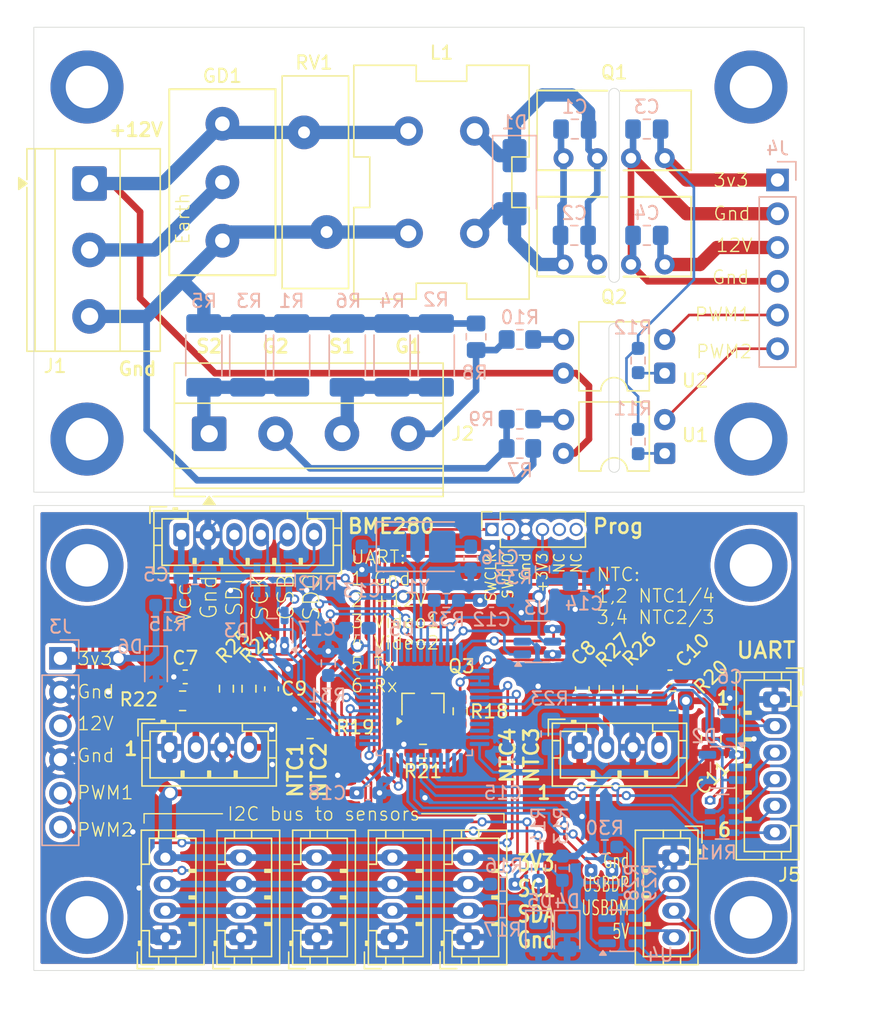
<source format=kicad_pcb>
(kicad_pcb (version 20241229) (generator "pcbnew") (generator_version "9.0")
  (layers (0 "F.Cu" signal) (2 "B.Cu" signal) (5 "F.SilkS" user "F.Silkscreen") (7 "B.SilkS" user "B.Silkscreen") (1 "F.Mask" user) (3 "B.Mask" user) (25 "Edge.Cuts" user))
  (net 0 "")
  (net 1 "GND1")
  (net 2 "+12V")
  (net 3 "GND")
  (net 4 "+3.3V")
  (net 5 "+12VA")
  (net 6 "Net-(Q3-G)")
  (net 7 "/AIN1")
  (net 8 "/AIN4")
  (net 9 "/AIN2")
  (net 10 "/AIN3")
  (net 11 "/OSCIN")
  (net 12 "/OSCOUT")
  (net 13 "/PWM3")
  (net 14 "/TX")
  (net 15 "/RX")
  (net 16 "/PWM4")
  (net 17 "/CS")
  (net 18 "/MOSI")
  (net 19 "/MISO")
  (net 20 "/SCK")
  (net 21 "/SCL")
  (net 22 "/SDA")
  (net 23 "Net-(J1-Pin_2)")
  (net 24 "Net-(J2-Pin_2)")
  (net 25 "Net-(J2-Pin_1)")
  (net 26 "Net-(J12-Pin_2)")
  (net 27 "Net-(J10-Pin_2)")
  (net 28 "/dclk")
  (net 29 "/dio")
  (net 36 "Net-(Q3-S)")
  (net 37 "/DAC OUT1")
  (net 38 "/DM")
  (net 39 "/DP")
  (net 40 "/PWM1")
  (net 41 "/PWM2")
  (net 54 "Net-(U5-BOOT0)")
  (net 55 "Net-(U5-NRST)")
  (net 68 "Net-(J6-Pin_4)")
  (net 69 "Net-(J6-Pin_6)")
  (net 70 "Net-(J6-Pin_3)")
  (net 71 "Net-(J6-Pin_5)")
  (net 72 "Net-(J10-Pin_3)")
  (net 73 "Net-(J12-Pin_4)")
  (net 74 "Net-(J15-Pin_4)")
  (net 78 "Net-(J6-Pin_1)")
  (net 79 "Net-(J2-Pin_3)")
  (net 80 "Net-(J2-Pin_4)")
  (net 81 "Net-(J5-Pin_4)")
  (net 82 "Net-(J5-Pin_6)")
  (net 83 "Net-(J5-Pin_3)")
  (net 84 "Net-(J5-Pin_5)")
  (net 85 "Net-(J11-Pin_2)")
  (net 86 "Net-(J11-Pin_4)")
  (net 87 "Net-(J14-Pin_4)")
  (net 88 "Net-(J14-Pin_2)")
  (net 89 "Net-(J14-Pin_3)")
  (net 95 "Net-(R9-Pad2)")
  (net 96 "Net-(R10-Pad2)")
  (net 97 "Net-(R11-Pad1)")
  (net 98 "Net-(R12-Pad1)")
  (net 99 "Net-(R28-Pad1)")
  (net 100 "Net-(R29-Pad1)")
  (net 102 "/GNDin")
  (net 103 "/12Vin")
  (footprint "Capacitor_SMD:C_0603_1608Metric_Pad1.08x0.95mm_HandSolder" (layer "F.Cu") (at 111.1528 111.822)
    (property "Reference" "C7")
    (property "Value" "0.1")
  )
  (footprint "Connector_JST:JST_PH_B4B-PH-K_1x04_P2.00mm_Vertical" (layer "F.Cu") (at 147.9528 125.422 -90)
    (property "Reference" "J14" (hide yes))
    (property "Value" "Conn_01x04_Socket")
  )
  (footprint "Connector_PinSocket_1.27mm:PinSocket_1x06_P1.27mm_Vertical" (layer "F.Cu") (at 134.2428 100.722 90)
    (property "Reference" "J15" (hide yes))
    (property "Value" "Prog")
  )
  (footprint "MountingHole:MountingHole_3.2mm_M3_ISO14580_Pad_TopBottom" (layer "F.Cu") (at 103.7528 67.422)
    (property "Reference" "J18" (hide yes))
    (property "Value" "hole")
  )
  (footprint "MountingHole:MountingHole_3.2mm_M3_ISO14580_Pad_TopBottom" (layer "F.Cu") (at 103.7528 103.422)
    (property "Reference" "J23" (hide yes))
    (property "Value" "hole")
  )
  (footprint "MountingHole:MountingHole_3.2mm_M3_ISO14580_Pad_TopBottom" (layer "F.Cu") (at 153.7528 93.922)
    (property "Reference" "J19" (hide yes))
    (property "Value" "hole")
  )
  (footprint "Resistor_SMD:R_0805_2012Metric_Pad1.20x1.40mm_HandSolder" (layer "F.Cu") (at 120.5528 115.722)
    (property "Reference" "R19")
    (property "Value" "1k 0.1%")
  )
  (footprint "Resistor_SMD:R_0603_1608Metric_Pad0.98x0.95mm_HandSolder" (layer "F.Cu") (at 144.6528 112.7345 90)
    (property "Reference" "R26")
    (property "Value" "1k")
  )
  (footprint "Capacitor_SMD:C_0603_1608Metric_Pad1.08x0.95mm_HandSolder" (layer "F.Cu") (at 147.6528 111.822 180)
    (property "Reference" "C10")
    (property "Value" "0.1")
  )
  (footprint "Resistor_SMD:R_0603_1608Metric_Pad0.98x0.95mm_HandSolder" (layer "F.Cu") (at 114.2528 112.7095 90)
    (property "Reference" "R25")
    (property "Value" "1k")
  )
  (footprint "TerminalBlock_Phoenix:TerminalBlock_Phoenix_MKDS-1,5-4_1x04_P5.00mm_Horizontal" (layer "F.Cu") (at 112.9528 93.522)
    (property "Reference" "J2")
    (property "Value" "Conn_01x03_Pin")
  )
  (footprint "MountingHole:MountingHole_3.2mm_M3_ISO14580_Pad_TopBottom" (layer "F.Cu") (at 153.7528 67.422)
    (property "Reference" "J17" (hide yes))
    (property "Value" "hole")
  )
  (footprint "Connector_JST:JST_PH_B4B-PH-K_1x04_P2.00mm_Vertical" (layer "F.Cu") (at 109.9528 117.122)
    (property "Reference" "J11" (hide yes))
    (property "Value" "Conn_01x04_Socket")
  )
  (footprint "Resistor_SMD:R_0805_2012Metric_Pad1.20x1.40mm_HandSolder" (layer "F.Cu") (at 110.9528 113.622 180)
    (property "Reference" "R22")
    (property "Value" "1k 0.1%")
  )
  (footprint "Connector_JST:JST_PH_B6B-PH-K_1x06_P2.00mm_Vertical" (layer "F.Cu") (at 110.8528 101.122)
    (property "Reference" "J6" (hide yes))
    (property "Value" "~")
  )
  (footprint "Capacitor_SMD:C_0603_1608Metric_Pad1.08x0.95mm_HandSolder" (layer "F.Cu") (at 117.6528 112.722 90)
    (property "Reference" "C9")
    (property "Value" "0.1")
  )
  (footprint "Capacitor_SMD:C_0603_1608Metric_Pad1.08x0.95mm_HandSolder" (layer "F.Cu") (at 141.0528 112.722 90)
    (property "Reference" "C8")
    (property "Value" "0.1")
  )
  (footprint "Resistor_SMD:R_0603_1608Metric_Pad0.98x0.95mm_HandSolder" (layer "F.Cu") (at 131.8528 114.4095 90)
    (property "Reference" "R18")
    (property "Value" "330")
  )
  (footprint "Resistor_SMD:R_0603_1608Metric_Pad0.98x0.95mm_HandSolder" (layer "F.Cu") (at 129.0528 117.422)
    (property "Reference" "R21")
    (property "Value" "270")
  )
  (footprint "Inductor_THT:L_CommonMode_Wuerth_WE-CMB-S" (layer "F.Cu") (at 127.9478 70.737)
    (property "Reference" "L1")
    (property "Value" "2uH")
  )
  (footprint "my_footprints:S10K30" (layer "F.Cu") (at 120.9478 74.587 90)
    (property "Reference" "RV1")
    (property "Value" "30V")
  )
  (footprint "MountingHole:MountingHole_3.2mm_M3_ISO14580_Pad_TopBottom" (layer "F.Cu") (at 103.7528 93.922)
    (property "Reference" "J16" (hide yes))
    (property "Value" "hole")
  )
  (footprint "Connector_JST:JST_PH_B6B-PH-K_1x06_P2.00mm_Vertical" (layer "F.Cu") (at 155.5528 113.522 -90)
    (property "Reference" "J5")
    (property "Value" "~")
  )
  (footprint "TerminalBlock_Phoenix:TerminalBlock_Phoenix_MKDS-1,5-3_1x03_P5.00mm_Horizontal" (layer "F.Cu") (at 103.9478 74.687 -90)
    (property "Reference" "J1")
    (property "Value" "Conn_01x03_Pin")
  )
  (footprint "Connector_JST:JST_PH_B4B-PH-K_1x04_P2.00mm_Vertical" (layer "F.Cu") (at 109.6528 131.422 90)
    (property "Reference" "J7" (hide yes))
    (property "Value" "Conn_01x04_Socket")
  )
  (footprint "my_footprints:B0x0xS" (layer "F.Cu") (at 143.4478 72.7798)
    (property "Reference" "Q1")
    (property "Value" "B1203S-1W")
  )
  (footprint "Package_DIP:DIP-4_W7.62mm" (layer "F.Cu") (at 147.2578 94.997 180)
    (property "Reference" "U1")
    (property "Value" "PC817")
  )
  (footprint "Connector_JST:JST_PH_B4B-PH-K_1x04_P2.00mm_Vertical" (layer "F.Cu") (at 132.4528 131.422 90)
    (property "Reference" "J13" (hide yes))
    (property "Value" "Conn_01x04_Socket")
  )
  (footprint "my_footprints:B0x0xS" (layer "F.Cu") (at 143.4478 80.7798)
    (property "Reference" "Q2")
    (property "Value" "B1212S-1W")
  )
  (footprint "Connector_JST:JST_PH_B4B-PH-K_1x04_P2.00mm_Vertical" (layer "F.Cu") (at 140.8528 117.122)
    (property "Reference" "J12" (hide yes))
    (property "Value" "Conn_01x04_Socket")
  )
  (footprint "Capacitor_SMD:C_0805_2012Metric_Pad1.18x1.45mm_HandSolder" (layer "F.Cu") (at 150.7528 116.4845 -90)
    (property "Reference" "C11")
    (property "Value" "1u")
  )
  (footprint "Package_DIP:DIP-4_W7.62mm" (layer "F.Cu") (at 147.2528 88.962 180)
    (property "Reference" "U2")
    (property "Value" "PC817")
  )
  (footprint "Connector_JST:JST_PH_B4B-PH-K_1x04_P2.00mm_Vertical" (layer "F.Cu") (at 115.3528 131.422 90)
    (property "Reference" "J8" (hide yes))
    (property "Value" "Conn_01x04_Socket")
  )
  (footprint "MountingHole:MountingHole_3.2mm_M3_ISO14580_Pad_TopBottom" (layer "F.Cu") (at 103.7528 129.922)
    (property "Reference" "J22" (hide yes))
    (property "Value" "hole")
  )
  (footprint "Resistor_SMD:R_0603_1608Metric_Pad0.98x0.95mm_HandSolder" (layer "F.Cu") (at 115.9528 112.7095 90)
    (property "Reference" "R24")
    (property "Value" "1k")
  )
  (footprint "MountingHole:MountingHole_3.2mm_M3_ISO14580_Pad_TopBottom" (layer "F.Cu") (at 153.7528 129.922)
    (property "Reference" "J20" (hide yes))
    (property "Value" "hole")
  )
  (footprint "my_footprints:SE83-GDS" (layer "F.Cu") (at 113.9478 74.587 -90)
    (property "Reference" "GD1")
    (property "Value" "SE83-75X")
  )
  (footprint "Connector_JST:JST_PH_B4B-PH-K_1x04_P2.00mm_Vertical" (layer "F.Cu") (at 121.0528 131.422 90)
    (property "Reference" "J9" (hide yes))
    (property "Value" "Conn_01x04_Socket")
  )
  (footprint "Package_TO_SOT_SMD:SOT-23_Handsoldering" (layer "F.Cu") (at 129.0528 113.822 90)
    (property "Reference" "Q3")
    (property "Value" "SI2300")
  )
  (footprint "Resistor_SMD:R_0805_2012Metric_Pad1.20x1.40mm_HandSolder" (layer "F.Cu") (at 147.8528 113.622)
    (property "Reference" "R20")
    (property "Value" "1k 0.1%")
  )
  (footprint "MountingHole:MountingHole_3.2mm_M3_ISO14580_Pad_TopBottom" (layer "F.Cu") (at 153.7528 103.422)
    (property "Reference" "J21" (hide yes))
    (property "Value" "hole")
  )
  (footprint "Connector_JST:JST_PH_B4B-PH-K_1x04_P2.00mm_Vertical" (layer "F.Cu") (at 126.7528 131.422 90)
    (property "Reference" "J10" (hide yes))
    (property "Value" "Conn_01x04_Socket")
  )
  (footprint "Resistor_SMD:R_0603_1608Metric_Pad0.98x0.95mm_HandSolder" (layer "F.Cu") (at 142.8528 112.7345 90)
    (property "Reference" "R27")
    (property "Value" "1k")
  )
  (footprint "Resistor_SMD:R_0603_1608Metric_Pad0.98x0.95mm_HandSolder" (layer "B.Cu") (at 135.0403 129.422)
    (property "Reference" "R17")
    (property "Value" "110")
  )
  (footprint "Resistor_SMD:R_0603_1608Metric_Pad0.98x0.95mm_HandSolder" (layer "B.Cu") (at 135.0653 127.422)
    (property "Reference" "R16")
    (property "Value" "110")
  )
  (footprint "Resistor_SMD:R_0603_1608Metric_Pad0.98x0.95mm_HandSolder" (layer "B.Cu") (at 109.8403 106.422)
    (property "Reference" "R15")
    (property "Value" "110")
  )
  (footprint "Resistor_SMD:R_0603_1608Metric_Pad0.98x0.95mm_HandSolder" (layer "B.Cu") (at 139.5528 126.222 90)
    (property "Reference" "R13")
    (property "Value" "1k")
  )
  (footprint "Diode_SMD:D_0805_2012Metric_Pad1.15x1.40mm_HandSolder" (layer "B.Cu") (at 137.7528 131.2696 -90)
    (property "Reference" "D5")
    (property "Value" "CESD3V3")
  )
  (footprint "Resistor_SMD:R_0603_1608Metric_Pad0.98x0.95mm_HandSolder" (layer "B.Cu") (at 145.2528 94.1095 90)
    (property "Reference" "R11")
    (property "Value" "330")
  )
  (footprint "Resistor_SMD:R_Array_Convex_4x0603" (layer "B.Cu") (at 151.5768 122.348 180)
    (property "Reference" "RN1")
    (property "Value" "330")
  )
  (footprint "Package_TO_SOT_SMD:SOT-23-5" (layer "B.Cu") (at 151.6111 118.6356 180)
    (property "Reference" "D2")
    (property "Value" "SP0504BAHT")
  )
  (footprint "Diode_SMD:D_SMA" (layer "B.Cu") (at 135.9478 74.587 -90)
    (property "Reference" "D1")
    (property "Value" "SMAJ15CA")
  )
  (footprint "Capacitor_SMD:C_0805_2012Metric_Pad1.18x1.45mm_HandSolder" (layer "B.Cu") (at 111.8903 104.122 180)
    (property "Reference" "C5")
    (property "Value" "10u")
  )
  (footprint "Resistor_SMD:R_0805_2012Metric_Pad1.20x1.40mm_HandSolder" (layer "B.Cu") (at 136.3528 86.422)
    (property "Reference" "R10")
    (property "Value" "100k")
  )
  (footprint "Capacitor_SMD:C_0603_1608Metric_Pad1.08x0.95mm_HandSolder" (layer "B.Cu") (at 124.9223 120.5508)
    (property "Reference" "C18")
    (property "Value" "0.1")
  )
  (footprint "Package_QFP:LQFP-48_7x7mm_P0.5mm" (layer "B.Cu") (at 129.1528 114.122 -90)
    (property "Reference" "U5")
    (property "Value" "STM32F303CBTx")
  )
  (footprint "Resistor_SMD:R_0603_1608Metric_Pad0.98x0.95mm_HandSolder" (layer "B.Cu") (at 142.7403 124.622 180)
    (property "Reference" "R30")
    (property "Value" "1k5")
  )
  (footprint "Resistor_SMD:R_0603_1608Metric_Pad0.98x0.95mm_HandSolder" (layer "B.Cu") (at 138.0528 103.722 -90)
    (property "Reference" "R33")
    (property "Value" "22")
  )
  (footprint "Resistor_SMD:R_2010_5025Metric_Pad1.40x2.65mm_HandSolder" (layer "B.Cu") (at 123.3528 87.622 90)
    (property "Reference" "R6")
    (property "Value" "x")
  )
  (footprint "Package_TO_SOT_SMD:SOT-23-6" (layer "B.Cu") (at 137.672 109.1716)
    (property "Reference" "U3")
    (property "Value" "IP4220CZ6")
  )
  (footprint "Capacitor_SMD:C_0805_2012Metric_Pad1.18x1.45mm_HandSolder" (layer "B.Cu") (at 152.1528 114.4595 90)
    (property "Reference" "C6")
    (property "Value" "10u")
  )
  (footprint "Connector_PinHeader_2.54mm:PinHeader_1x06_P2.54mm_Vertical" (layer "B.Cu") (at 155.7528 74.422 180)
    (property "Reference" "J4")
    (property "Value" "Conn_01x04_Socket")
  )
  (footprint "Crystal:Crystal_SMD_5032-2Pin_5.0x3.2mm" (layer "B.Cu") (at 128.6528 102.022)
    (property "Reference" "Y1")
    (property "Value" "NX5032GA-8MHz")
  )
  (footprint "Connector_PinHeader_2.54mm:PinHeader_1x06_P2.54mm_Vertical" (layer "B.Cu") (at 101.7528 110.422 180)
    (property "Reference" "J3")
    (property "Value" "Conn_01x04_Pin")
  )
  (footprint "Resistor_SMD:R_2010_5025Metric_Pad1.40x2.65mm_HandSolder" (layer "B.Cu") (at 119.1628 87.622 90)
    (property "Reference" "R1")
    (property "Value" "x")
  )
  (footprint "Resistor_SMD:R_2010_5025Metric_Pad1.40x2.65mm_HandSolder" (layer "B.Cu") (at 130.0528 87.622 90)
    (property "Reference" "R2")
    (property "Value" "x")
  )
  (footprint "Resistor_SMD:R_0603_1608Metric_Pad0.98x0.95mm_HandSolder" (layer "B.Cu") (at 143.2854 127.3091 90)
    (property "Reference" "R29")
    (property "Value" "22")
  )
  (footprint "Capacitor_SMD:C_0805_2012Metric_Pad1.18x1.45mm_HandSolder" (layer "B.Cu") (at 145.9103 70.587 180)
    (property "Reference" "C3")
    (property "Value" "1u")
  )
  (footprint "Resistor_SMD:R_0805_2012Metric_Pad1.20x1.40mm_HandSolder" (layer "B.Cu") (at 138.688 116.1152 -90)
    (property "Reference" "R23")
    (property "Value" "1k 0.1%")
  )
  (footprint "Resistor_SMD:R_2010_5025Metric_Pad1.40x2.65mm_HandSolder" (layer "B.Cu") (at 126.7278 87.622 90)
    (property "Reference" "R4")
    (property "Value" "x")
  )
  (footprint "Capacitor_SMD:C_0805_2012Metric_Pad1.18x1.45mm_HandSolder" (layer "B.Cu") (at 141.1903 104.622)
    (property "Reference" "C14")
    (property "Value" "1u")
  )
  (footprint "Resistor_SMD:R_0603_1608Metric_Pad0.98x0.95mm_HandSolder" (layer "B.Cu") (at 137.7528 126.222 90)
    (property "Reference" "R14")
    (property "Value" "1k")
  )
  (footprint "Resistor_SMD:R_0805_2012Metric_Pad1.20x1.40mm_HandSolder" (layer "B.Cu") (at 136.3528 92.422)
    (property "Reference" "R9")
    (property "Value" "100k")
  )
  (footprint "Package_TO_SOT_SMD:SOT-23-6" (layer "B.Cu") (at 144.0528 130.922)
    (property "Reference" "U4")
    (property "Value" "USBLC6-2SC6")
  )
  (footprint "Diode_SMD:D_0805_2012Metric_Pad1.15x1.40mm_HandSolder" (layer "B.Cu") (at 139.9072 131.2696 -90)
    (property "Reference" "D4")
    (property "Value" "CESD3V3")
  )
  (footprint "Capacitor_SMD:C_0805_2012Metric_Pad1.18x1.45mm_HandSolder" (layer "B.Cu") (at 140.4853 70.587 180)
    (property "Reference" "C1")
    (property "Value" "1u")
  )
  (footprint "Capacitor_SMD:C_0603_1608Metric_Pad1.08x0.95mm_HandSolder" (layer "B.Cu") (at 135.2844 118.1389 90)
    (property "Reference" "C15")
    (property "Value" "0.1")
  )
  (footprint "Capacitor_SMD:C_0805_2012Metric_Pad1.18x1.45mm_HandSolder" (layer "B.Cu") (at 140.4478 78.587 180)
    (property "Reference" "C2")
    (property "Value" "1u")
  )
  (footprint "Capacitor_SMD:C_0805_2012Metric_Pad1.18x1.45mm_HandSolder" (layer "B.Cu") (at 145.9103 78.587 180)
    (property "Reference" "C4")
    (property "Value" "1u")
  )
  (footprint "Diode_SMD:D_SOD-323F" (layer "B.Cu") (at 108.9528 111.122 -90)
    (property "Reference" "D6")
    (property "Value" "MM3Z3V6")
  )
  (footprint "Resistor_SMD:R_0603_1608Metric_Pad0.98x0.95mm_HandSolder" (layer "B.Cu") (at 130.8159 106.0728)
    (property "Reference" "R32")
    (property "Value" "470")
  )
  (footprint "Resistor_SMD:R_0805_2012Metric_Pad1.20x1.40mm_HandSolder" (layer "B.Cu") (at 133.0528 86.222 90)
    (property "Reference" "R8")
    (property "Value" "20k")
  )
  (footprint "Resistor_SMD:R_2010_5025Metric_Pad1.40x2.65mm_HandSolder" (layer "B.Cu") (at 115.8628 87.622 90)
    (property "Reference" "R3")
    (property "Value" "x")
  )
  (footprint "Resistor_SMD:R_0603_1608Metric_Pad0.98x0.95mm_HandSolder" (layer "B.Cu") (at 145.2528 88.0095 90)
    (property "Reference" "R12")
    (property "Value" "330")
  )
  (footprint "Capacitor_SMD:C_0603_1608Metric_Pad1.08x0.95mm_HandSolder" (layer "B.Cu") (at 132.6528 102.8845 -90)
    (property "Reference" "C16")
    (property "Value" "6")
  )
  (footprint "Resistor_SMD:R_0603_1608Metric_Pad0.98x0.95mm_HandSolder" (layer "B.Cu") (at 141.7106 127.3091 90)
    (property "Reference" "R28")
    (property "Value" "22")
  )
  (footprint "Resistor_SMD:R_0805_2012Metric_Pad1.20x1.40mm_HandSolder" (layer "B.Cu") (at 136.3528 94.622)
    (property "Reference" "R7")
    (property "Value" "20k")
  )
  (footprint "Capacitor_SMD:C_0603_1608Metric_Pad1.08x0.95mm_HandSolder" (layer "B.Cu") (at 124.4528 102.8845 -90)
    (property "Reference" "C13")
    (property "Value" "6")
  )
  (footprint "Resistor_SMD:R_Array_Convex_4x0603" (layer "B.Cu") (at 117.7528 104.522 -90)
    (property "Reference" "RN2")
    (property "Value" "330")
  )
  (footprint "Resistor_SMD:R_2010_5025Metric_Pad1.40x2.65mm_HandSolder" (layer "B.Cu") (at 112.5528 87.622 90)
    (property "Reference" "R5")
    (property "Value" "x")
  )
  (footprint "Resistor_SMD:R_0603_1608Metric_Pad0.98x0.95mm_HandSolder" (layer "B.Cu") (at 121.924 110.7991 90)
    (property "Reference" "R31")
    (property "Value" "10k")
  )
  (footprint "Package_TO_SOT_SMD:SOT-23-5" (layer "B.Cu") (at 117.6822 108.3334 90)
    (property "Reference" "D3")
    (property "Value" "SP0504BAHT")
  )
  (footprint "Capacitor_SMD:C_0603_1608Metric_Pad1.08x0.95mm_HandSolder" (layer "B.Cu") (at 134.2176 106.0728)
    (property "Reference" "C12")
    (property "Value" "0.1")
  )
  (footprint "Capacitor_SMD:C_0603_1608Metric_Pad1.08x0.95mm_HandSolder" (layer "B.Cu") (at 124.1084 108.1556 180)
    (property "Reference" "C17")
    (property "Value" "0.1")
  )
  (gr_line (start 135.1528 122.122) (end 135.1528 122.822) (stroke (width 0.1)) (layer "F.SilkS"))
  (gr_line (start 128.9528 122.122) (end 135.1528 122.122) (stroke (width 0.1)) (layer "F.SilkS"))
  (gr_line (start 113.9528 122.122) (end 108.0528 122.122) (stroke (width 0.1)) (layer "F.SilkS"))
  (gr_line (start 108.0528 122.122) (end 108.0528 122.822) (stroke (width 0.1)) (layer "F.SilkS"))
  (gr_rect (start 99.7528 98.922) (end 157.7528 133.922) (stroke (width 0.05)) (fill no) (layer "Edge.Cuts"))
  (gr_arc (start 143.0528 67.922) (mid 143.4528 67.522) (end 143.8528 67.922) (stroke (width 0.05)) (layer "Edge.Cuts"))
  (gr_arc (start 143.0528 85.622) (mid 143.4528 85.222) (end 143.8528 85.622) (stroke (width 0.05)) (layer "Edge.Cuts"))
  (gr_line (start 143.8528 81.722) (end 143.8528 67.922) (stroke (width 0.05)) (layer "Edge.Cuts"))
  (gr_line (start 143.0528 67.922) (end 143.0528 81.722) (stroke (width 0.05)) (layer "Edge.Cuts"))
  (gr_line (start 143.8528 96.022) (end 143.8528 85.622) (stroke (width 0.05)) (layer "Edge.Cuts"))
  (gr_rect (start 99.7528 62.922) (end 157.7528 97.922) (stroke (width 0.05)) (fill no) (layer "Edge.Cuts"))
  (gr_arc (start 143.8528 81.722) (mid 143.4528 82.122) (end 143.0528 81.722) (stroke (width 0.05)) (layer "Edge.Cuts"))
  (gr_arc (start 143.8528 96.022) (mid 143.4528 96.422) (end 143.0528 96.022) (stroke (width 0.05)) (layer "Edge.Cuts"))
  (gr_line (start 143.0528 85.622) (end 143.0528 96.022) (stroke (width 0.05)) (layer "Edge.Cuts"))
  (gr_text "Earth" (at 111.5528 77.322 90) (layer "F.SilkS") (effects (font (size 1 1) (thickness 0.1)) (justify bottom)))
  (gr_text "BME280" (at 126.6528 101.122 0) (layer "F.SilkS") (effects (font (size 1.1 1.1) (thickness 0.2) (bold yes)) (justify bottom)))
  (gr_text "UART:\n1 Gnd\n2 +12V\n3 Video1\n4 Video2\n5 Tx\n6 Rx" (at 123.5528 113.062 0) (layer "F.SilkS") (effects (font (size 1 1) (thickness 0.1)) (justify left bottom)))
  (gr_text "Gnd\nUSBDP\nUSBDM\n5V" (at 144.6528 131.622 0) (layer "F.SilkS") (effects (font (size 1.1 0.7) (thickness 0.1)) (justify right bottom)))
  (gr_text "NTC4\nNTC3" (at 137.8528 117.722 90) (layer "F.SilkS") (effects (font (size 1.1 1.1) (thickness 0.2) (bold yes)) (justify bottom)))
  (gr_text "Gnd" (at 102.9528 113.522 0) (layer "F.SilkS") (effects (font (size 1 1) (thickness 0.1)) (justify left bottom)))
  (gr_text "S1" (at 122.9528 87.522 0) (layer "F.SilkS") (effects (font (size 1 1) (thickness 0.2) (bold yes)) (justify bottom)))
  (gr_text "Gnd" (at 150.8528 77.522 0) (layer "F.SilkS") (effects (font (size 1 1) (thickness 0.1)) (justify left bottom)))
  (gr_text "12V" (at 151.0528 79.922 0) (layer "F.SilkS") (effects (font (size 1 1) (thickness 0.1)) (justify left bottom)))
  (gr_text "6" (at 151.1528 123.922 0) (layer "F.SilkS") (effects (font (size 1 1) (thickness 0.2) (bold yes)) (justify left bottom)))
  (gr_text "G1" (at 127.9528 87.522 0) (layer "F.SilkS") (effects (font (size 1 1) (thickness 0.2) (bold yes)) (justify bottom)))
  (gr_text "Gnd" (at 150.7528 82.322 0) (layer "F.SilkS") (effects (font (size 1 1) (thickness 0.1)) (justify left bottom)))
  (gr_text "SWCLK\nSWDIO\nGnd\n+3V3\nNC\nNC" (at 141.0716 102.4128 90) (layer "F.SilkS") (effects (font (size 0.8 0.75) (thickness 0.1)) (justify right bottom)))
  (gr_text "PWM2" (at 102.9528 123.922 0) (layer "F.SilkS") (effects (font (size 1 1) (thickness 0.1)) (justify left bottom)))
  (gr_text "NTC1\nNTC2" (at 121.8528 118.822 90) (layer "F.SilkS") (effects (font (size 1.1 1.1) (thickness 0.2) (bold yes)) (justify bottom)))
  (gr_text "1" (at 137.5528 121.122 0) (layer "F.SilkS") (effects (font (size 1 1) (thickness 0.2) (bold yes)) (justify left bottom)))
  (gr_text "S2" (at 112.9528 87.522 0) (layer "F.SilkS") (effects (font (size 1 1) (thickness 0.2) (bold yes)) (justify bottom)))
  (gr_text "PWM1" (at 149.4528 85.122 0) (layer "F.SilkS") (effects (font (size 1 1) (thickness 0.1)) (justify left bottom)))
  (gr_text "Prog" (at 143.7528 101.122 0) (layer "F.SilkS") (effects (font (size 1.1 1.1) (thickness 0.2) (bold yes)) (justify bottom)))
  (gr_text "1" (at 106.4528 117.822 0) (layer "F.SilkS") (effects (font (size 1 1) (thickness 0.2) (bold yes)) (justify left bottom)))
  (gr_text "Gnd" (at 102.9528 118.322 0) (layer "F.SilkS") (effects (font (size 1 1) (thickness 0.1)) (justify left bottom)))
  (gr_text "+12V" (at 107.4528 71.222 0) (layer "F.SilkS") (effects (font (size 1 1) (thickness 0.2) (bold yes)) (justify bottom)))
  (gr_text "I2C bus to sensors" (at 114.2528 122.722 0) (layer "F.SilkS") (effects (font (size 1 1) (thickness 0.1)) (justify left bottom)))
  (gr_text "NTC:\n1,2 NTC1/4\n3,4 NTC2/3" (at 142.0528 107.922 0) (layer "F.SilkS") (effects (font (size 1 1) (thickness 0.1)) (justify left bottom)))
  (gr_text "3V3\nSCL\nSDA\nGnd" (at 136.0528 132.322 0) (layer "F.SilkS") (effects (font (size 1.2 1) (thickness 0.2) (bold yes)) (justify left bottom)))
  (gr_text "3v3" (at 150.8528 75.022 0) (layer "F.SilkS") (effects (font (size 1 1) (thickness 0.1)) (justify left bottom)))
  (gr_text "1" (at 151.0528 114.022 0) (layer "F.SilkS") (effects (font (size 1 1) (thickness 0.2) (bold yes)) (justify left bottom)))
  (gr_text "PWM2" (at 149.5528 87.922 0) (layer "F.SilkS") (effects (font (size 1 1) (thickness 0.1)) (justify left bottom)))
  (gr_text "G2" (at 117.9528 87.522 0) (layer "F.SilkS") (effects (font (size 1 1) (thickness 0.2) (bold yes)) (justify bottom)))
  (gr_text "UART" (at 152.5528 110.522 0) (layer "F.SilkS") (effects (font (size 1.2 1.2) (thickness 0.2) (bold yes)) (justify left bottom)))
  (gr_text "3v3" (at 102.9528 111.022 0) (layer "F.SilkS") (effects (font (size 1 1) (thickness 0.1)) (justify left bottom)))
  (gr_text "12V" (at 102.9528 115.922 0) (layer "F.SilkS") (effects (font (size 1 1) (thickness 0.1)) (justify left bottom)))
  (gr_text "PWM1" (at 102.9528 121.122 0) (layer "F.SilkS") (effects (font (size 1 1) (thickness 0.1)) (justify left bottom)))
  (gr_text "Gnd" (at 107.5528 89.222 0) (layer "F.SilkS") (effects (font (size 1 1) (thickness 0.2) (bold yes)) (justify bottom)))
  (gr_text "Vcc \nGnd\nSDI\nSCK\nCSB\nSDO" (at 121.3528 105.822 90) (layer "F.SilkS") (effects (font (size 1.2 1.2) (thickness 0.1)) (justify bottom)))
  (segment (start 136.9028 79.872) (end 137.8106 80.7798) (width 1) (layer "B.Cu") (net 1))
  (segment (start 139.6378 72.7798) (end 139.6378 76.137) (width 0.5) (layer "B.Cu") (net 1))
  (segment (start 139.4103 76.3645) (end 139.4103 78.587) (width 0.5) (layer "B.Cu") (net 1))
  (segment (start 137.8106 80.7798) (end 139.6378 80.7798) (width 1) (layer "B.Cu") (net 1))
  (segment (start 139.4103 78.587) (end 139.4103 80.5523) (width 0.5) (layer "B.Cu") (net 1))
  (segment (start 135.9478 76.587) (end 135.9478 78.917) (width 1) (layer "B.Cu") (net 1))
  (segment (start 139.4478 70.587) (end 139.4478 72.5898) (width 0.5) (layer "B.Cu") (net 1))
  (segment (start 134.7978 76.587) (end 132.9478 78.437) (width 1) (layer "B.Cu") (net 1))
  (segment (start 139.6378 76.137) (end 139.4103 76.3645) (width 0.5) (layer "B.Cu") (net 1))
  (segment (start 135.9478 76.587) (end 134.7978 76.587) (width 1) (layer "B.Cu") (net 1))
  (segment (start 139.4478 72.5898) (end 139.6378 72.7798) (width 0.5) (layer "B.Cu") (net 1))
  (segment (start 135.9478 78.917) (end 136.9028 79.872) (width 1) (layer "B.Cu") (net 1))
  (segment (start 139.4103 80.5523) (end 139.6378 80.7798) (width 0.5) (layer "B.Cu") (net 1))
  (segment (start 141.4853 78.587) (end 141.4853 76.0895) (width 0.5) (layer "B.Cu") (net 2))
  (segment (start 138.0528 68.022) (end 140.2528 68.022) (width 1) (layer "B.Cu") (net 2))
  (segment (start 135.9478 70.127) (end 138.0528 68.022) (width 1) (layer "B.Cu") (net 2))
  (segment (start 141.5228 72.1248) (end 142.1778 72.7798) (width 0.5) (layer "B.Cu") (net 2))
  (segment (start 141.4853 76.0895) (end 142.1778 75.397) (width 0.5) (layer "B.Cu") (net 2))
  (segment (start 141.4853 80.0873) (end 142.1778 80.7798) (width 0.5) (layer "B.Cu") (net 2))
  (segment (start 135.9478 72.587) (end 134.7978 72.587) (width 1) (layer "B.Cu") (net 2))
  (segment (start 141.5228 70.587) (end 141.5228 72.1248) (width 0.5) (layer "B.Cu") (net 2))
  (segment (start 142.1778 75.397) (end 142.1778 72.7798) (width 0.5) (layer "B.Cu") (net 2))
  (segment (start 135.9478 72.587) (end 135.9478 70.127) (width 1) (layer "B.Cu") (net 2))
  (segment (start 141.5228 69.292) (end 140.2528 68.022) (width 1) (layer "B.Cu") (net 2))
  (segment (start 141.4853 78.587) (end 141.4853 80.0873) (width 0.5) (layer "B.Cu") (net 2))
  (segment (start 134.7978 72.587) (end 132.9478 70.737) (width 1) (layer "B.Cu") (net 2))
  (segment (start 141.5228 70.587) (end 141.5228 69.292) (width 1) (layer "B.Cu") (net 2))
  (segment (start 127.6694 99.921) (end 135.9818 99.921) (width 0.2) (layer "F.Cu") (net 3))
  (segment (start 141.3804 119.0776) (end 144.4792 119.0776) (width 0.2) (layer "F.Cu") (net 3))
  (segment (start 152.1528 113.422) (end 152.1528 114.6608) (width 0.2) (layer "F.Cu") (net 3))
  (segment (start 117.6528 113.5845) (end 117.6528 115.7716) (width 0.2) (layer "F.Cu") (net 3))
  (segment (start 140.8528 115.4904) (end 140.8528 117.122) (width 0.2) (layer "F.Cu") (net 3))
  (segment (start 150.7528 118.022) (end 150.0708 118.704) (width 0.5) (layer "F.Cu") (net 3))
  (segment (start 148.5153 111.822) (end 150.5528 111.822) (width 0.2) (layer "F.Cu") (net 3))
  (segment (start 136.7068 106.7332) (end 136.4528 106.9872) (width 0.2) (layer "F.Cu") (net 3))
  (segment (start 121.5138 109.8866) (end 119.384 112.0164) (width 0.2) (layer "F.Cu") (net 3))
  (segment (start 124.3116 118.214) (end 124.7688 118.6712) (width 0.2) (layer "F.Cu") (net 3))
  (segment (start 122.6312 115.062) (end 122.3264 114.7572) (width 0.2) (layer "F.Cu") (net 3))
  (segment (start 104.906 112.5048) (end 105.3632 112.962) (width 0.2) (layer "F.Cu") (net 3))
  (segment (start 125.7794 117.5282) (end 125.7794 118.6712) (width 0.2) (layer "F.Cu") (net 3))
  (segment (start 110.2903 110.6951) (end 108.4112 108.816) (width 0.2) (layer "F.Cu") (net 3))
  (segment (start 122.3264 114.7572) (end 122.3264 112.9284) (width 0.2) (layer "F.Cu") (net 3))
  (segment (start 124.3116 118.214) (end 124.3116 117.4437) (width 0.2) (layer "F.Cu") (net 3))
  (segment (start 122.3264 112.9284) (end 123.3424 111.9124) (width 0.2) (layer "F.Cu") (net 3))
  (segment (start 145.98 82.042) (end 155.7528 82.042) (width 0.5) (layer "F.Cu") (net 3))
  (segment (start 124.9774 103.736) (end 124.4638 103.736) (width 0.2) (layer "F.Cu") (net 3))
  (segment (start 118.9014 113.4642) (end 118.7811 113.5845) (width 0.2) (layer "F.Cu") (net 3))
  (segment (start 114.558 106.3467) (end 117.6822 109.4709) (width 0.2) (layer "F.Cu") (net 3))
  (segment (start 144.4792 119.0776) (end 144.8528 118.704) (width 0.2) (layer "F.Cu") (net 3))
  (segment (start 144.7178 80.7798) (end 144.7178 72.7798) (width 0.5) (layer "F.Cu") (net 3))
  (segment (start 140.8528 117.122) (end 140.8528 118.55) (width 0.2) (layer "F.Cu") (net 3))
  (segment (start 124.4638 103.736) (end 124.4528 103.747) (width 0.2) (layer "F.Cu") (net 3))
  (segment (start 135.9818 99.921) (end 136.7828 100.722) (width 0.2) (layer "F.Cu") (net 3))
  (segment (start 133.681 102.0596) (end 134.2938 102.0596) (width 0.2) (layer "F.Cu") (net 3))
  (segment (start 117.7076 118.4172) (end 115.248 118.4172) (width 0.2) (layer "F.Cu") (net 3))
  (segment (start 148.5153 111.822) (end 148.5153 109.4485) (width 0.2) (layer "F.Cu") (net 3))
  (segment (start 133.681 102.0564) (end 133.681 102.0596) (width 0.2) (layer "F.Cu") (net 3))
  (segment (start 125.7794 102.9452) (end 127.6016 101.123) (width 0.2) (layer "F.Cu") (net 3))
  (segment (start 127.6016 101.123) (end 132.7476 101.123) (width 0.2) (layer "F.Cu") (net 3))
  (segment (start 140.5168 106.7332) (end 136.7068 106.7332) (width 0.2) (layer "F.Cu") (net 3))
  (segment (start 119.384 112.0164) (end 119.384 114.2516) (width 0.2) (layer "F.Cu") (net 3))
  (segment (start 150.5528 111.822) (end 152.1528 113.422) (width 0.2) (layer "F.Cu") (net 3))
  (segment (start 150.0708 118.704) (end 144.8528 118.704) (width 0.5) (layer "F.Cu") (net 3))
  (segment (start 138.7829 113.5845) (end 141.0528 113.5845) (width 0.2) (layer "F.Cu") (net 3))
  (segment (start 107.6746 130.4822) (end 107.6746 130.3552) (width 0.2) (layer "F.Cu") (net 3))
  (segment (start 125.7794 117.5282) (end 125.7794 102.9452) (width 0.2) (layer "F.Cu") (net 3))
  (segment (start 124.9774 102.613) (end 127.6694 99.921) (width 0.2) (layer "F.Cu") (net 3))
  (segment (start 118.7811 113.5845) (end 117.6528 113.5845) (width 0.2) (layer "F.Cu") (net 3))
  (segment (start 125.7794 118.6712) (end 125.7794 120.5454) (width 0.2) (layer "F.Cu") (net 3))
  (segment (start 145.8 106.7332) (end 140.5168 106.7332) (width 0.2) (layer "F.Cu") (net 3))
  (segment (start 107.1953 123.4845) (end 107.2047 123.4845) (width 0.2) (layer "F.Cu") (net 3))
  (segment (start 141.0528 115.2904) (end 140.8528 115.4904) (width 0.2) (layer "F.Cu") (net 3))
  (segment (start 144.8528 118.704) (end 144.8528 117.122) (width 0.2) (layer "F.Cu") (net 3))
  (segment (start 141.0528 113.5845) (end 141.0528 115.2904) (width 0.2) (layer "F.Cu") (net 3))
  (segment (start 110.2903 111.822) (end 110.2903 110.6951) (width 0.2) (layer "F.Cu") (net 3))
  (segment (start 124.7688 118.6712) (end 125.7794 118.6712) (width 0.2) (layer "F.Cu") (net 3))
  (segment (start 101.7528 118.042) (end 107.1953 123.4845) (width 0.2) (layer "F.Cu") (net 3))
  (segment (start 117.6528 115.7716) (end 117.6568 115.7756) (width 0.2) (layer "F.Cu") (net 3))
  (segment (start 109.6528 131.422) (end 108.6144 131.422) (width 0.2) (layer "F.Cu") (net 3))
  (segment (start 144.7178 80.7798) (end 145.98 82.042) (width 0.5) (layer "F.Cu") (net 3))
  (segment (start 148.5153 109.4485) (end 145.8 106.7332) (width 0.2) (layer "F.Cu") (net 3))
  (segment (start 126.5976 121.3636) (end 128.7564 121.3636) (width 0.2) (layer "F.Cu") (net 3))
  (segment (start 121.924 109.8866) (end 121.5138 109.8866) (width 0.2) (layer "F.Cu") (net 3))
  (segment (start 132.7476 101.123) (end 133.681 102.0564) (width 0.2) (layer "F.Cu") (net 3))
  (segment (start 120.2984 105.3108) (end 114.558 105.3108) (width 0.2) (layer "F.Cu") (net 3))
  (segment (start 108.6144 131.422) (end 107.6746 130.4822) (width 0.2) (layer "F.Cu") (net 3))
  (segment (start 144.7178 72.7798) (end 148.9 76.962) (width 1) (layer "F.Cu") (net 3))
  (segment (start 123.3424 111.9124) (end 124.9774 111.9124) (width 0.2) (layer "F.Cu") (net 3))
  (segment (start 115.248 118.4172) (end 113.9528 117.122) (width 0.2) (layer "F.Cu") (net 3))
  (segment (start 128.7564 121.3636) (end 129.20342 120.91658) (width 0.2) (layer "F.Cu") (net 3))
  (segment (start 122.6312 119.2276) (end 122.6312 115.062) (width 0.2) (layer "F.Cu") (net 3))
  (segment (start 108.4112 108.816) (end 105.9728 108.816) (width 0.2) (layer "F.Cu") (net 3))
  (segment (start 124.9774 116.7779) (end 124.9774 111.9124) (width 0.2) (layer "F.Cu") (net 3))
  (segment (start 148.9 76.962) (end 155.7528 76.962) (width 1) (layer "F.Cu") (net 3))
  (segment (start 105.9728 108.816) (end 104.906 109.8828) (width 0.2) (layer "F.Cu") (net 3))
  (segment (start 124.3116 117.4437) (end 124.9774 116.7779) (width 0.2) (layer "F.Cu") (net 3))
  (segment (start 124.9774 103.736) (end 124.9774 102.613) (width 0.2) (layer "F.Cu") (net 3))
  (segment (start 125.7794 120.5454) (end 125.7848 120.5508) (width 0.2) (layer "F.Cu") (net 3))
  (segment (start 104.906 109.8828) (end 104.906 112.5048) (width 0.2) (layer "F.Cu") (net 3))
  (segment (start 125.7848 120.5508) (end 126.5976 121.3636) (width 0.2) (layer "F.Cu") (net 3))
  (segment (start 124.9774 111.9124) (end 124.9774 103.736) (width 0.2) (layer "F.Cu") (net 3))
  (segment (start 114.558 105.3108) (end 114.558 106.3467) (width 0.2) (layer "F.Cu") (net 3))
  (segment (start 140.8528 118.55) (end 141.3804 119.0776) (width 0.2) (layer "F.Cu") (net 3))
  (segment (start 127.6136 116.8953) (end 128.1403 117.422) (width 0.2) (layer "F.Cu") (net 3))
  (segment (start 150.7528 117.522) (end 150.7528 118.022) (width 0.5) (layer "F.Cu") (net 3))
  (segment (start 152.1528 114.6608) (end 153.9788 116.4868) (width 0.2) (layer "F.Cu") (net 3))
  (segment (start 118.9014 111.229) (end 118.9014 113.4642) (width 0.2) (layer "F.Cu") (net 3))
  (segment (start 137.7228 112.5244) (end 138.7829 113.5845) (width 0.2) (layer "F.Cu") (net 3))
  (segment (start 127.6136 116.8932) (end 127.6136 116.8953) (width 0.2) (layer "F.Cu") (net 3))
  (via (at 117.6822 109.4709) (size 0.7) (drill 0.4) (layers "F.Cu" "B.Cu") (net 3))
  (via (at 117.6568 115.7756) (size 0.7) (drill 0.4) (layers "F.Cu" "B.Cu") (net 3))
  (via (at 122.6312 119.2276) (size 0.7) (drill 0.4) (layers "F.Cu" "B.Cu") (net 3))
  (via (at 107.2047 123.4845) (size 0.7) (drill 0.4) (layers "F.Cu" "B.Cu") (net 3))
  (via (at 136.4528 106.9872) (size 0.7) (drill 0.4) (layers "F.Cu" "B.Cu") (net 3))
  (via (at 127.6136 116.8932) (size 0.7) (drill 0.4) (layers "F.Cu" "B.Cu") (net 3))
  (via (at 125.7848 120.5508) (size 0.7) (drill 0.4) (layers "F.Cu" "B.Cu") (net 3))
  (via (at 107.6746 127.7136) (size 0.7) (drill 0.4) (layers "F.Cu" "B.Cu") (net 3))
  (via (at 119.384 114.2516) (size 0.7) (drill 0.4) (layers "F.Cu" "B.Cu") (net 3))
  (via (at 118.9014 111.229) (size 0.7) (drill 0.4) (layers "F.Cu" "B.Cu") (net 3))
  (via (at 153.9788 116.4868) (size 0.7) (drill 0.4) (layers "F.Cu" "B.Cu") (net 3))
  (via (at 121.924 109.8866) (size 0.7) (drill 0.4) (layers "F.Cu" "B.Cu") (net 3))
  (via (at 105.3632 112.962) (size 0.7) (drill 0.4) (layers "F.Cu" "B.Cu") (net 3))
  (via (at 120.2984 105.3108) (size 0.7) (drill 0.4) (layers "F.Cu" "B.Cu") (net 3))
  (via (at 134.2938 102.0596) (size 0.7) (drill 0.4) (layers "F.Cu" "B.Cu") (net 3))
  (via (at 124.4528 103.747) (size 0.7) (drill 0.4) (layers "F.Cu" "B.Cu") (net 3))
  (via (at 141.0248 122.3288) (size 0.7) (drill 0.4) (layers "F.Cu" "B.Cu") (net 3))
  (via (at 117.7076 118.4172) (size 0.7) (drill 0.4) (layers "F.Cu" "B.Cu") (net 3))
  (via (at 152.1528 113.422) (size 0.7) (drill 0.4) (layers "F.Cu" "B.Cu") (net 3))
  (via (at 137.7228 112.5244) (size 0.7) (drill 0.4) (layers "F.Cu" "B.Cu") (net 3))
  (via (at 110.2903 111.822) (size 0.7) (drill 0.4) (layers "F.Cu" "B.Cu") (net 3))
  (via (at 129.20342 120.91658) (size 0.7) (drill 0.4) (layers "F.Cu" "B.Cu") (net 3))
  (via (at 114.558 105.3108) (size 0.7) (drill 0.4) (layers "F.Cu" "B.Cu") (net 3))
  (via (at 125.11063 118.65743) (size 0.7) (drill 0.4) (layers "F.Cu" "B.Cu") (net 3))
  (via (at 140.5168 106.7332) (size 0.7) (drill 0.4) (layers "F.Cu" "B.Cu") (net 3))
  (segment (start 112.8528 101.122) (end 112.8528 100.8184) (width 0.2) (layer "B.Cu") (net 3))
  (segment (start 126.9028 118.2845) (end 126.9028 117.513176) (width 0.2) (layer "B.Cu") (net 3))
  (segment (start 126.9028 118.2845) (end 126.9028 119.3566) (width 0.2) (layer "B.Cu") (net 3))
  (segment (start 127.6268 116.372) (end 127.6136 116.3852) (width 0.2) (layer "B.Cu") (net 3))
  (segment (start 107.2047 123.4845) (end 107.0396 123.6496) (width 1) (layer "B.Cu") (net 3))
  (segment (start 123.2459 108.1556) (end 123.2459 110.1357) (width 0.2) (layer "B.Cu") (net 3))
  (segment (start 136.5345 109.1716) (end 137.196999 109.1716) (width 0.2) (layer "B.Cu") (net 3))
  (segment (start 124.9903 111.872) (end 124.2164 111.872) (width 0.2) (layer "B.Cu") (net 3))
  (segment (start 129.56904 121.2822) (end 139.9782 121.2822) (width 0.2) (layer "B.Cu") (net 3))
  (segment (start 142.2278 104.622) (end 142.2278 106.497) (width 0.5) (layer "B.Cu") (net 3))
  (segment (start 139.9072 132.2946) (end 140.983 132.2946) (width 0.2) (layer "B.Cu") (net 3))
  (segment (start 127.522776 116.8932) (end 127.6136 116.8932) (width 0.2) (layer "B.Cu") (net 3))
  (segment (start 108.2128 112.962) (end 108.9528 112.222) (width 0.5) (layer "B.Cu") (net 3))
  (segment (start 155.4528 113.422) (end 155.5528 113.522) (width 0.2) (layer "B.Cu") (net 3))
  (segment (start 142.9153 130.922) (end 143.76 130.922) (width 0.2) (layer "B.Cu") (net 3))
  (segment (start 127.6136 116.3852) (end 127.6136 111.872) (width 0.2) (layer "B.Cu") (net 3))
  (segment (start 112.9278 104.122) (end 112.9278 106.53) (width 0.2) (layer "B.Cu") (net 3))
  (segment (start 107.0396 112.962) (end 108.2128 112.962) (width 0.5) (layer "B.Cu") (net 3))
  (segment (start 134.38 116.372) (end 135.2844 117.2764) (width 0.2) (layer "B.Cu") (net 3))
  (segment (start 106.4554 122.7352) (end 107.2047 123.4845) (width 1) (layer "B.Cu") (net 3))
  (segment (start 107.6746 127.7136) (end 107.6746 130.3552) (width 1) (layer "B.Cu") (net 3))
  (segment (start 125.2728 121.7168) (end 122.7328 121.7168) (width 0.2) (layer "B.Cu") (net 3))
  (segment (start 123.9012 110.9964) (end 123.1432 110.2384) (width 0.2) (layer "B.Cu") (net 3))
  (segment (start 107.0198 114.4802) (end 107.0198 112.9818) (width 0.5) (layer "B.Cu") (net 3))
  (segment (start 117.6568 115.7756) (end 117.6568 118.3664) (width 0.2) (layer "B.Cu") (net 3))
  (segment (start 101.7528 118.042) (end 106.0998 118.042) (width 0.5) (layer "B.Cu") (net 3))
  (segment (start 124.2164 111.872) (end 123.9012 111.5568) (width 0.2) (layer "B.Cu") (net 3))
  (segment (start 136.8802 131.422) (end 137.7528 132.2946) (width 0.5) (layer "B.Cu") (net 3))
  (segment (start 144.8728 70.587) (end 144.8728 72.6248) (width 0.5) (layer "B.Cu") (net 3))
  (segment (start 109.9528 117.122) (end 107.0198 117.122) (width 0.5) (layer "B.Cu") (net 3))
  (segment (start 112.9278 109.1845) (end 110.2903 111.822) (width 0.2) (layer "B.Cu") (net 3))
  (segment (start 112.9278 106.53) (end 112.9278 109.1845) (width 0.2) (layer "B.Cu") (net 3))
  (segment (start 109.6528 131.422) (end 136.8802 131.422) (width 0.5) (layer "B.Cu") (net 3))
  (segment (start 152.1528 113.422) (end 155.4528 113.422) (width 0.2) (layer "B.Cu") (net 3))
  (segment (start 109.8903 112.222) (end 110.2903 111.822) (width 0.2) (layer "B.Cu") (net 3))
  (segment (start 123.78983 118.65743) (end 125.11063 118.65743) (width 0.2) (layer "B.Cu") (net 3))
  (segment (start 138.434 112.5244) (end 140.5168 110.4416) (width 0.2) (layer "B.Cu") (net 3))
  (segment (start 113.9528 117.122) (end 113.9528 115.6276) (width 0.5) (layer "B.Cu") (net 3))
  (segment (start 124.3402 103.6344) (end 121.9748 103.6344) (width 0.2) (layer "B.Cu") (net 3))
  (segment (start 144.0728 132.946) (end 144.0728 130.6092) (width 0.2) (layer "B.Cu") (net 3))
  (segment (start 133.3153 116.372) (end 134.38 116.372) (width 0.2) (layer "B.Cu") (net 3))
  (segment (start 133.6224 103.747) (end 134.2938 103.0756) (width 0.2) (layer "B.Cu") (net 3))
  (segment (start 117.6822 110.0098) (end 118.9014 111.229) (width 0.2) (layer "B.Cu") (net 3))
  (segment (start 119.384 114.2516) (end 123.78983 118.65743) (width 0.2) (layer "B.Cu") (net 3))
  (segment (start 105.3632 112.962) (end 107.0396 112.962) (width 0.5) (layer "B.Cu") (net 3))
  (segment (start 121.9748 103.6344) (end 120.2984 105.3108) (width 0.2) (layer "B.Cu") (net 3))
  (segment (start 144.8728 72.6248) (end 144.7178 72.7798) (width 0.5) (layer "B.Cu") (net 3))
  (segment (start 127.6136 111.872) (end 124.9903 111.872) (width 0.2) (layer "B.Cu") (net 3))
  (segment (start 129.4344 111.872) (end 127.6136 111.872) (width 0.2) (layer "B.Cu") (net 3))
  (segment (start 107.0396 127.0786) (end 107.6746 127.7136) (width 1) (layer "B.Cu") (net 3))
  (segment (start 125.7848 121.2048) (end 125.2728 121.7168) (width 0.2) (layer "B.Cu") (net 3))
  (segment (start 153.9788 117.96) (end 153.9788 116.4868) (width 0.2) (layer "B.Cu") (net 3))
  (segment (start 137.7528 132.2946) (end 139.9072 132.2946) (width 0.5) (layer "B.Cu") (net 3))
  (segment (start 109.6528 131.422) (end 108.7414 131.422) (width 1) (layer "B.Cu") (net 3))
  (segment (start 126.9028 119.3566) (end 125.7848 120.4746) (width 0.2) (layer "B.Cu") (net 3))
  (segment (start 144.0728 130.6092) (end 144.0728 129.302) (width 0.2) (layer "B.Cu") (net 3))
  (segment (start 107.0198 115.6232) (end 107.0198 114.4802) (width 0.5) (layer "B.Cu") (net 3))
  (segment (start 112.8054 114.4802) (end 113.9528 115.6276) (width 0.5) (layer "B.Cu") (net 3))
  (segment (start 137.196999 109.1716) (end 137.7228 109.697401) (width 0.2) (layer "B.Cu") (net 3))
  (segment (start 123.0924 100.6372) (end 123.0924 103.4312) (width 0.2) (layer "B.Cu") (net 3))
  (segment (start 113.3388 106.53) (end 112.9278 106.53) (width 0.2) (layer "B.Cu") (net 3))
  (segment (start 140.753 106.497) (end 140.5168 106.7332) (width 0.5) (layer "B.Cu") (net 3))
  (segment (start 137.7228 112.5244) (end 138.434 112.5244) (width 0.2) (layer "B.Cu") (net 3))
  (segment (start 106.446 122.7352) (end 106.4554 122.7352) (width 1) (layer "B.Cu") (net 3))
  (segment (start 126.9028 117.513176) (end 127.522776 116.8932) (width 0.2) (layer "B.Cu") (net 3))
  (segment (start 123.9012 111.5568) (end 123.9012 110.9964) (width 0.2) (layer "B.Cu") (net 3))
  (segment (start 107.0198 117.122) (end 107.0198 115.6232) (width 0.5) (layer "B.Cu") (net 3))
  (segment (start 136.4528 106.9872) (end 135.9945 106.9872) (width 0.2) (layer "B.Cu") (net 3))
  (segment (start 112.8528 101.122) (end 112.8528 104.047) (width 0.5) (layer "B.Cu") (net 3))
  (segment (start 125.7848 120.4746) (end 125.7848 120.5508) (width 0.2) (layer "B.Cu") (net 3))
  (segment (start 124.4528 103.747) (end 124.3402 103.6344) (width 0.2) (layer "B.Cu") (net 3))
  (segment (start 112.8528 104.047) (end 112.9278 104.122) (width 0.5) (layer "B.Cu") (net 3))
  (segment (start 107.0198 117.122) (end 106.0998 118.042) (width 0.5) (layer "B.Cu") (net 3))
  (segment (start 122.2288 99.7736) (end 123.0924 100.6372) (width 0.2) (layer "B.Cu") (net 3))
  (segment (start 107.0198 114.4802) (end 112.8054 114.4802) (width 0.5) (layer "B.Cu") (net 3))
  (segment (start 108.7414 131.422) (end 107.6746 130.3552) (width 1) (layer "B.Cu") (net 3))
  (segment (start 144.8728 80.6248) (end 144.7178 80.7798) (width 0.5) (layer "B.Cu") (net 3))
  (segment (start 135.9945 106.9872) (end 135.0801 106.0728) (width 0.2) (layer "B.Cu") (net 3))
  (segment (start 101.7528 112.962) (end 105.3632 112.962) (width 0.5) (layer "B.Cu") (net 3))
  (segment (start 113.8976 99.7736) (end 122.2288 99.7736) (width 0.2) (layer "B.Cu") (net 3))
  (segment (start 144.8728 78.587) (end 144.8728 80.6248) (width 0.5) (layer "B.Cu") (net 3))
  (segment (start 152.7486 118.6356) (end 153.3032 118.6356) (width 0.2) (layer "B.Cu") (net 3))
  (segment (start 122.7328 121.7168) (end 122.6312 121.6152) (width 0.2) (layer "B.Cu") (net 3))
  (segment (start 123.4082 103.747) (end 124.4528 103.747) (width 0.2) (layer "B.Cu") (net 3))
  (segment (start 123.0924 103.4312) (end 123.4082 103.747) (width 0.2) (layer "B.Cu") (net 3))
  (segment (start 137.7228 109.697401) (end 137.7228 112.5244) (width 0.2) (layer "B.Cu") (net 3))
  (segment (start 140.5168 110.4416) (end 140.5168 106.7332) (width 0.2) (layer "B.Cu") (net 3))
  (segment (start 127.6136 116.8932) (end 127.6136 116.3852) (width 0.2) (layer "B.Cu") (net 3))
  (segment (start 133.3153 116.372) (end 127.6268 116.372) (width 0.2) (layer "B.Cu") (net 3))
  (segment (start 122.6312 121.6152) (end 122.6312 119.2276) (width 0.2) (layer "B.Cu") (net 3))
  (segment (start 123.2459 110.1357) (end 123.1432 110.2384) (width 0.2) (layer "B.Cu") (net 3))
  (segment (start 125.7848 120.5508) (end 125.7848 121.2048) (width 0.2) (layer "B.Cu") (net 3))
  (segment (start 107.0198 112.9818) (end 107.0396 112.962) (width 0.5) (layer "B.Cu") (net 3))
  (segment (start 153.3032 118.6356) (end 153.9788 117.96) (width 0.2) (layer "B.Cu") (net 3))
  (segment (start 117.6822 109.4709) (end 117.6822 110.0098) (width 0.2) (layer "B.Cu") (net 3))
  (segment (start 129.20342 120.91658) (end 129.56904 121.2822) (width 0.2) (layer "B.Cu") (net 3))
  (segment (start 144.0728 129.302) (end 147.9528 125.422) (width 0.2) (layer "B.Cu") (net 3))
  (segment (start 129.9028 109.9595) (end 129.9028 111.4036) (width 0.2) (layer "B.Cu") (net 3))
  (segment (start 141.6344 132.946) (end 144.0728 132.946) (width 0.2) (layer "B.Cu") (net 3))
  (segment (start 142.2278 106.497) (end 140.753 106.497) (width 0.5) (layer "B.Cu") (net 3))
  (segment (start 114.558 105.3108) (end 113.3388 106.53) (width 0.2) (layer "B.Cu") (net 3))
  (segment (start 106.446 122.7352) (end 101.7528 118.042) (width 1) (layer "B.Cu") (net 3))
  (segment (start 112.8528 100.8184) (end 113.8976 99.7736) (width 0.2) (layer "B.Cu") (net 3))
  (segment (start 121.924 109.8866) (end 122.7914 109.8866) (width 0.2) (layer "B.Cu") (net 3))
  (segment (start 134.2938 103.0756) (end 134.2938 102.0596) (width 0.2) (layer "B.Cu") (net 3))
  (segment (start 143.76 130.922) (end 144.0728 130.6092) (width 0.2) (layer "B.Cu") (net 3))
  (segment (start 132.6528 103.747) (end 133.6224 103.747) (width 0.2) (layer "B.Cu") (net 3))
  (segment (start 117.6568 118.3664) (end 117.7076 118.4172) (width 0.2) (layer "B.Cu") (net 3))
  (segment (start 108.9528 112.222) (end 109.8903 112.222) (width 0.2) (layer "B.Cu") (net 3))
  (segment (start 107.0396 123.6496) (end 107.0396 127.0786) (width 1) (layer "B.Cu") (net 3))
  (segment (start 139.9782 121.2822) (end 141.0248 122.3288) (width 0.2) (layer "B.Cu") (net 3))
  (segment (start 135.0801 103.8619) (end 134.2938 103.0756) (width 0.2) (layer "B.Cu") (net 3))
  (segment (start 135.0801 106.0728) (end 135.0801 103.8619) (width 0.2) (layer "B.Cu") (net 3))
  (segment (start 129.9028 111.4036) (end 129.4344 111.872) (width 0.2) (layer "B.Cu") (net 3))
  (segment (start 122.7914 109.8866) (end 123.1432 110.2384) (width 0.2) (layer "B.Cu") (net 3))
  (segment (start 140.983 132.2946) (end 141.6344 132.946) (width 0.2) (layer "B.Cu") (net 3))
  (segment (start 106.1252 110.4162) (end 107.3952 111.6862) (width 1) (layer "F.Cu") (net 4))
  (segment (start 121.5528 117.122) (end 121.5528 111.9812) (width 0.5) (layer "F.Cu") (net 4))
  (segment (start 121.5528 120.541) (end 121.543 120.5508) (width 0.5) (layer "F.Cu") (net 4))
  (segment (start 133.4048 105.768) (end 133.4048 106.0231) (width 0.2) (layer "F.Cu") (net 4))
  (segment (start 124.0598 120.5508) (end 121.543 120.5508) (width 0.5) (layer "F.Cu") (net 4))
  (segment (start 150.1528 113.622) (end 150.7528 114.222) (width 0.5) (layer "F.Cu") (net 4))
  (segment (start 148.9 74.422) (end 147.2578 72.7798) (width 1) (layer "F.Cu") (net 4))
  (segment (start 127.5628 105.768) (end 133.4048 105.768) (width 0.5) (layer "F.Cu") (net 4))
  (segment (start 121.5528 111.9812) (end 124.0576 109.4764) (width 0.5) (layer "F.Cu") (net 4))
  (segment (start 109.9528 113.622) (end 107.4006 113.622) (width 0.5) (layer "F.Cu") (net 4))
  (segment (start 107.3952 113.6166) (end 107.3952 115.7502) (width 1) (layer "F.Cu") (net 4))
  (segment (start 155.7528 74.422) (end 148.9 74.422) (width 1) (layer "F.Cu") (net 4))
  (segment (start 148.8528 113.622) (end 150.1528 113.622) (width 0.5) (layer "F.Cu") (net 4))
  (segment (start 107.3952 117.9346) (end 110.0114 120.5508) (width 1) (layer "F.Cu") (net 4))
  (segment (start 121.543 120.5508) (end 110.0114 120.5508) (width 0.5) (layer "F.Cu") (net 4))
  (segment (start 107.3952 111.6862) (end 107.3952 113.6166) (width 1) (layer "F.Cu") (net 4))
  (segment (start 107.3952 115.7502) (end 107.3952 117.9346) (width 1) (layer "F.Cu") (net 4))
  (segment (start 133.4048 106.0231) (end 133.3551 106.0728) (width 0.2) (layer "F.Cu") (net 4))
  (segment (start 124.1084 109.4764) (end 124.1084 105.9204) (width 0.5) (layer "F.Cu") (net 4))
  (segment (start 124.1084 105.9204) (end 123.956 105.768) (width 0.5) (layer "F.Cu") (net 4))
  (segment (start 124.0576 109.4764) (end 124.1084 109.4764) (width 0.5) (layer "F.Cu") (net 4))
  (segment (start 133.4048 105.768) (end 137.7736 105.768) (width 0.5) (layer "F.Cu") (net 4))
  (segment (start 150.7528 114.222) (end 150.7528 115.447) (width 0.5) (layer "F.Cu") (net 4))
  (segment (start 121.5528 117.122) (end 121.5528 120.541) (width 0.5) (layer "F.Cu") (net 4))
  (segment (start 107.4006 113.622) (end 107.3952 113.6166) (width 0.5) (layer "F.Cu") (net 4))
  (via (at 106.1252 110.4162) (size 1.2) (drill 0.8) (layers "F.Cu" "B.Cu") (net 4))
  (via (at 110.0114 120.5508) (size 1.2) (drill 0.8) (layers "F.Cu" "B.Cu") (net 4))
  (via (at 127.5628 105.768) (size 1) (drill 0.6) (layers "F.Cu" "B.Cu") (net 4))
  (via (at 148.8528 113.622) (size 1) (drill 0.6) (layers "F.Cu" "B.Cu") (net 4))
  (via (at 137.7736 105.768) (size 1) (drill 0.6) (layers "F.Cu" "B.Cu") (net 4))
  (via (at 133.3551 106.0728) (size 0.7) (drill 0.4) (layers "F.Cu" "B.Cu") (net 4))
  (via (at 124.1084 109.4764) (size 1) (drill 0.6) (layers "F.Cu" "B.Cu") (net 4))
  (via (at 124.0598 120.5508) (size 0.7) (drill 0.4) (layers "F.Cu" "B.Cu") (net 4))
  (via (at 123.956 105.768) (size 1) (drill 0.6) (layers "F.Cu" "B.Cu") (net 4))
  (segment (start 140.1528 104.622) (end 138.0653 104.622) (width 0.5) (layer "B.Cu") (net 4))
  (segment (start 145.2528 87.097) (end 145.1162 87.097) (width 0.2) (layer "B.Cu") (net 4))
  (segment (start 109.6528 125.422) (end 112.018 125.422) (width 0.5) (layer "B.Cu") (net 4))
  (segment (start 138.0528 105.4888) (end 137.7736 105.768) (width 0.5) (layer "B.Cu") (net 4))
  (segment (start 149.4528 81.922) (end 149.4528 74.9748) (width 0.2) (layer "B.Cu") (net 4))
  (segment (start 145.2528 93.197) (end 145.2528 90.722) (width 0.2) (layer "B.Cu") (net 4))
  (segment (start 108.9528 106.447) (end 108.9278 106.422) (width 0.5) (layer "B.Cu") (net 4))
  (segment (start 140.5841 125.3095) (end 139.5528 125.3095) (width 0.5) (layer "B.Cu") (net 4))
  (segment (start 112.018 125.422) (end 139.4403 125.422) (width 0.5) (layer "B.Cu") (net 4))
  (segment (start 138.8095 109.1716) (end 138.147001 109.1716) (width 0.2) (layer "B.Cu") (net 4))
  (segment (start 141.2716 124.622) (end 140.5841 125.3095) (width 0.5) (layer "B.Cu") (net 4))
  (segment (start 106.1194 110.422) (end 106.1252 110.4162) (width 1) (layer "B.Cu") (net 4))
  (segment (start 109.6528 120.9094) (end 110.0114 120.5508) (width 1) (layer "B.Cu") (net 4))
  (segment (start 138.688 117.1152) (end 138.688 118.9506) (width 0.5) (layer "B.Cu") (net 4))
  (segment (start 145.1162 87.097) (end 144.3776 87.8356) (width 0.2) (layer "B.Cu") (net 4))
  (segment (start 137.7736 108.798199) (end 137.7736 105.768) (width 0.2) (layer "B.Cu") (net 4))
  (segment (start 143.1838 119.0014) (end 146.4604 119.0014) (width 0.5) (layer "B.Cu") (net 4))
  (segment (start 138.7388 119.0014) (end 141.9138 119.0014) (width 0.5) (layer "B.Cu") (net 4))
  (segment (start 123.956 105.768) (end 127.5628 105.768) (width 0.5) (layer "B.Cu") (net 4))
  (segment (start 146.4604 119.0014) (end 147.705 119.0014) (width 0.5) (layer "B.Cu") (net 4))
  (segment (start 134.3446 119.0014) (end 133.3153 117.9721) (width 0.2) (layer "B.Cu") (net 4))
  (segment (start 138.0653 104.622) (end 138.0528 104.6345) (width 0.5) (layer "B.Cu") (net 4))
  (segment (start 109.6528 125.422) (end 109.6528 120.9094) (width 1) (layer "B.Cu") (net 4))
  (segment (start 124.9903 109.9336) (end 124.9903 109.4764) (width 0.2) (layer "B.Cu") (net 4))
  (segment (start 141.8278 120.3574) (end 142.5488 119.6364) (width 0.5) (layer "B.Cu") (net 4))
  (segment (start 108.9528 110.022) (end 108.9528 106.447) (width 0.5) (layer "B.Cu") (net 4))
  (segment (start 101.7528 110.422) (end 106.1194 110.422) (width 1) (layer "B.Cu") (net 4))
  (segment (start 124.9709 108.1556) (end 124.9709 109.457) (width 0.2) (layer "B.Cu") (net 4))
  (segment (start 141.8278 124.622) (end 141.2716 124.622) (width 0.5) (layer "B.Cu") (net 4))
  (segment (start 124.9903 107.8183) (end 124.972 107.8) (width 0.2) (layer "B.Cu") (net 4))
  (segment (start 139.4403 125.422) (end 139.5528 125.3095) (width 0.5) (layer "B.Cu") (net 4))
  (segment (start 106.1252 110.4162) (end 108.5586 110.4162) (width 0.5) (layer "B.Cu") (net 4))
  (segment (start 148.8528 117.8536) (end 148.8528 113.622) (width 0.5) (layer "B.Cu") (net 4))
  (segment (start 146.9478 70.587) (end 146.9478 72.4698) (width 0.5) (layer "B.Cu") (net 4))
  (segment (start 144.3776 87.8356) (end 144.3776 89.8468) (width 0.2) (layer "B.Cu") (net 4))
  (segment (start 124.9709 109.457) (end 124.9903 109.4764) (width 0.2) (layer "B.Cu") (net 4))
  (segment (start 108.5586 110.4162) (end 108.9528 110.022) (width 0.5) (layer "B.Cu") (net 4))
  (segment (start 131.7284 106.0728) (end 133.3551 106.0728) (width 0.2) (layer "B.Cu") (net 4))
  (segment (start 147.705 119.0014) (end 148.8528 117.8536) (width 0.5) (layer "B.Cu") (net 4))
  (segment (start 126.4028 118.2845) (end 124.1365 120.5508) (width 0.2) (layer "B.Cu") (net 4))
  (segment (start 135.2844 119.0014) (end 134.3446 119.0014) (width 0.2) (layer "B.Cu") (net 4))
  (segment (start 125.0162 109.9595) (end 124.9903 109.9336) (width 0.2) (layer "B.Cu") (net 4))
  (segment (start 133.3153 116.872) (end 133.3153 117.9721) (width 0.2) (layer "B.Cu") (net 4))
  (segment (start 145.2528 86.122) (end 149.4528 81.922) (width 0.2) (layer "B.Cu") (net 4))
  (segment (start 135.2844 119.0014) (end 138.7388 119.0014) (width 0.5) (layer "B.Cu") (net 4))
  (segment (start 124.9903 111.372) (end 124.9903 109.9336) (width 0.2) (layer "B.Cu") (net 4))
  (segment (start 145.2528 87.097) (end 145.2528 86.122) (width 0.2) (layer "B.Cu") (net 4))
  (segment (start 130.4028 109.9595) (end 130.4028 107.3984) (width 0.2) (layer "B.Cu") (net 4))
  (segment (start 124.1365 120.5508) (end 124.0598 120.5508) (width 0.2) (layer "B.Cu") (net 4))
  (segment (start 145.2528 90.722) (end 144.3776 89.8468) (width 0.2) (layer "B.Cu") (net 4))
  (segment (start 138.0528 104.6345) (end 138.0528 105.4888) (width 0.5) (layer "B.Cu") (net 4))
  (segment (start 142.5488 119.6364) (end 143.1838 119.0014) (width 0.5) (layer "B.Cu") (net 4))
  (segment (start 141.9138 119.0014) (end 142.5488 119.6364) (width 0.5) (layer "B.Cu") (net 4))
  (segment (start 126.4028 109.9595) (end 125.0162 109.9595) (width 0.2) (layer "B.Cu") (net 4))
  (segment (start 146.9478 72.4698) (end 147.2578 72.7798) (width 0.5) (layer "B.Cu") (net 4))
  (segment (start 124.1084 109.4764) (end 124.9903 109.4764) (width 0.2) (layer "B.Cu") (net 4))
  (segment (start 149.4528 74.9748) (end 147.2578 72.7798) (width 0.2) (layer "B.Cu") (net 4))
  (segment (start 130.4028 107.3984) (end 131.7284 106.0728) (width 0.2) (layer "B.Cu") (net 4))
  (segment (start 138.147001 109.1716) (end 137.7736 108.798199) (width 0.2) (layer "B.Cu") (net 4))
  (segment (start 141.8278 124.622) (end 141.8278 120.3574) (width 0.5) (layer "B.Cu") (net 4))
  (segment (start 138.688 118.9506) (end 138.7388 119.0014) (width 0.5) (layer "B.Cu") (net 4))
  (segment (start 126.75 111.102) (end 127.97 112.322) (width 0.2) (layer "F.Cu") (net 5))
  (segment (start 127.97 112.322) (end 129.0528 112.322) (width 0.2) (layer "F.Cu") (net 5))
  (segment (start 155.046 115.522) (end 155.5528 115.522) (width 0.2) (layer "F.Cu") (net 5))
  (segment (start 151.1884 79.502) (end 149.9106 80.7798) (width 1) (layer "F.Cu") (net 5))
  (segment (start 109.0716 104.3964) (end 123.194 104.3964) (width 0.2) (layer "F.Cu") (net 5))
  (segment (start 101.7528 115.502) (end 104.1948 113.06) (width 0.2) (layer "F.Cu") (net 5))
  (segment (start 154.182 109.5512) (end 154.182 114.658) (width 0.2) (layer "F.Cu") (net 5))
  (segment (start 126.9024 104.8536) (end 126.75 104.7012) (width 0.2) (layer "F.Cu") (net 5))
  (segment (start 149.4844 104.8536) (end 154.182 109.5512) (width 0.2) (layer "F.Cu") (net 5))
  (segment (start 154.182 114.658) (end 155.046 115.522) (width 0.2) (layer "F.Cu") (net 5))
  (segment (start 104.1948 109.2732) (end 109.0716 104.3964) (width 0.2) (layer "F.Cu") (net 5))
  (segment (start 155.7528 79.502) (end 151.1884 79.502) (width 1) (layer "F.Cu") (net 5))
  (segment (start 126.9024 104.8536) (end 149.4844 104.8536) (width 0.2) (layer "F.Cu") (net 5))
  (segment (start 104.1948 113.06) (end 104.1948 109.2732) (width 0.2) (layer "F.Cu") (net 5))
  (segment (start 126.75 104.7012) (end 126.75 111.102) (width 0.2) (layer "F.Cu") (net 5))
  (segment (start 149.9106 80.7798) (end 147.2578 80.7798) (width 1) (layer "F.Cu") (net 5))
  (via (at 126.9024 104.8536) (size 0.7) (drill 0.4) (layers "F.Cu" "B.Cu") (net 5))
  (via (at 123.194 104.3964) (size 0.7) (drill 0.4) (layers "F.Cu" "B.Cu") (net 5))
  (segment (start 146.9478 80.4698) (end 147.2578 80.7798) (width 0.5) (layer "B.Cu") (net 5))
  (segment (start 155.5278 115.497) (end 155.5528 115.522) (width 0.2) (layer "B.Cu") (net 5))
  (segment (start 152.1528 115.497) (end 155.5278 115.497) (width 0.2) (layer "B.Cu") (net 5))
  (segment (start 146.9478 78.587) (end 146.9478 80.4698) (width 0.5) (layer "B.Cu") (net 5))
  (segment (start 123.6512 104.8536) (end 123.194 104.3964) (width 0.2) (layer "B.Cu") (net 5))
  (segment (start 126.9024 104.8536) (end 123.6512 104.8536) (width 0.2) (layer "B.Cu") (net 5))
  (segment (start 127.1528 115.322) (end 128.1028 115.322) (width 0.2) (layer "F.Cu") (net 6))
  (segment (start 126.9626 117.5376) (end 126.9626 115.5122) (width 0.2) (layer "F.Cu") (net 6))
  (segment (start 126.9626 115.5122) (end 127.1528 115.322) (width 0.2) (layer "F.Cu") (net 6))
  (segment (start 131.8528 117.322) (end 130.8528 118.322) (width 0.2) (layer "F.Cu") (net 6))
  (segment (start 130.8528 118.322) (end 127.747 118.322) (width 0.2) (layer "F.Cu") (net 6))
  (segment (start 131.8528 115.322) (end 131.8528 117.322) (width 0.2) (layer "F.Cu") (net 6))
  (segment (start 127.747 118.322) (end 126.9626 117.5376) (width 0.2) (layer "F.Cu") (net 6))
  (segment (start 114.2528 111.797) (end 115.9279 110.1219) (width 0.2) (layer "F.Cu") (net 7))
  (segment (start 114.2278 111.822) (end 114.2528 111.797) (width 0.2) (layer "F.Cu") (net 7))
  (segment (start 112.0153 111.822) (end 114.2278 111.822) (width 0.2) (layer "F.Cu") (net 7))
  (segment (start 119.0433 110.1219) (end 119.2316 109.9336) (width 0.2) (layer "F.Cu") (net 7))
  (segment (start 119.2316 109.9336) (end 121.2636 107.9016) (width 0.2) (layer "F.Cu") (net 7))
  (segment (start 115.9279 110.1219) (end 119.0433 110.1219) (width 0.2) (layer "F.Cu") (net 7))
  (segment (start 121.2636 107.9016) (end 121.2636 106.3268) (width 0.2) (layer "F.Cu") (net 7))
  (segment (start 128.39445 108.054) (end 127.7528 107.41235) (width 0.2) (layer "F.Cu") (net 7))
  (segment (start 131.1188 108.054) (end 128.39445 108.054) (width 0.2) (layer "F.Cu") (net 7))
  (via (at 121.2636 106.3268) (size 0.7) (drill 0.4) (layers "F.Cu" "B.Cu") (net 7))
  (via (at 131.1188 108.054) (size 0.7) (drill 0.4) (layers "F.Cu" "B.Cu") (net 7))
  (via (at 127.7528 107.41235) (size 0.7) (drill 0.4) (layers "F.Cu" "B.Cu") (net 7))
  (segment (start 121.2636 106.3268) (end 121.416 106.1744) (width 0.2) (layer "B.Cu") (net 7))
  (segment (start 131.83 107.3428) (end 135.6557 107.3428) (width 0.2) (layer "B.Cu") (net 7))
  (segment (start 130.9028 108.27) (end 131.1188 108.054) (width 0.2) (layer "B.Cu") (net 7))
  (segment (start 131.1188 108.054) (end 131.83 107.3428) (width 0.2) (layer "B.Cu") (net 7))
  (segment (start 124.3624 106.6824) (end 122.590654 106.6824) (width 0.2) (layer "B.Cu") (net 7))
  (segment (start 130.9028 109.9595) (end 130.9028 108.27) (width 0.2) (layer "B.Cu") (net 7))
  (segment (start 122.590654 106.6824) (end 122.082654 106.1744) (width 0.2) (layer "B.Cu") (net 7))
  (segment (start 121.416 106.1744) (end 122.082654 106.1744) (width 0.2) (layer "B.Cu") (net 7))
  (segment (start 136.5345 108.2216) (end 135.6557 107.3428) (width 0.2) (layer "B.Cu") (net 7))
  (segment (start 124.3624 106.6824) (end 127.02285 106.6824) (width 0.2) (layer "B.Cu") (net 7))
  (segment (start 127.02285 106.6824) (end 127.7528 107.41235) (width 0.2) (layer "B.Cu") (net 7))
  (segment (start 141.0528 111.8595) (end 142.8153 111.8595) (width 0.2) (layer "F.Cu") (net 8))
  (segment (start 133.9128 110.5432) (end 138.8404 110.5432) (width 0.2) (layer "F.Cu") (net 8))
  (segment (start 142.8153 111.8595) (end 142.8528 111.822) (width 0.2) (layer "F.Cu") (net 8))
  (segment (start 138.8404 110.5432) (end 139.7365 110.5432) (width 0.2) (layer "F.Cu") (net 8))
  (segment (start 138.8404 110.5432) (end 138.8404 110.1525) (width 0.2) (layer "F.Cu") (net 8))
  (segment (start 138.8404 110.1525) (end 138.8095 110.1216) (width 0.2) (layer "F.Cu") (net 8))
  (segment (start 139.7365 110.5432) (end 141.0528 111.8595) (width 0.2) (layer "F.Cu") (net 8))
  (via (at 133.9128 110.5432) (size 0.7) (drill 0.4) (layers "F.Cu" "B.Cu") (net 8))
  (via (at 138.8095 110.1216) (size 0.7) (drill 0.4) (layers "F.Cu" "B.Cu") (net 8))
  (segment (start 133.3153 111.1407) (end 133.9128 110.5432) (width 0.2) (layer "B.Cu") (net 8))
  (segment (start 133.3153 111.372) (end 133.3153 111.1407) (width 0.2) (layer "B.Cu") (net 8))
  (segment (start 128.401 109.0446) (end 131.3982 109.0446) (width 0.2) (layer "F.Cu") (net 9))
  (segment (start 119.2094 110.5229) (end 116.1531 110.5229) (width 0.2) (layer "F.Cu") (net 9))
  (segment (start 116.1531 110.5229) (end 115.9528 110.7232) (width 0.2) (layer "F.Cu") (net 9))
  (segment (start 128.401 109.0446) (end 127.6644 108.308) (width 0.2) (layer "F.Cu") (net 9))
  (segment (start 115.9528 110.7232) (end 115.9528 111.797) (width 0.2) (layer "F.Cu") (net 9))
  (segment (start 122.0764 107.6559) (end 119.2094 110.5229) (width 0.2) (layer "F.Cu") (net 9))
  (segment (start 117.6528 111.8595) (end 116.0153 111.8595) (width 0.2) (layer "F.Cu") (net 9))
  (segment (start 122.0764 107.0888) (end 122.0764 107.6559) (width 0.2) (layer "F.Cu") (net 9))
  (segment (start 116.0153 111.8595) (end 115.9528 111.797) (width 0.2) (layer "F.Cu") (net 9))
  (segment (start 132.084 108.3588) (end 131.3982 109.0446) (width 0.2) (layer "F.Cu") (net 9))
  (via (at 127.6644 108.308) (size 0.7) (drill 0.4) (layers "F.Cu" "B.Cu") (net 9))
  (via (at 122.0764 107.0888) (size 0.7) (drill 0.4) (layers "F.Cu" "B.Cu") (net 9))
  (via (at 132.084 108.3588) (size 0.7) (drill 0.4) (layers "F.Cu" "B.Cu") (net 9))
  (segment (start 122.0764 107.0888) (end 126.4452 107.0888) (width 0.2) (layer "B.Cu") (net 9))
  (segment (start 127.6644 108.308) (end 126.4452 107.0888) (width 0.2) (layer "B.Cu") (net 9))
  (segment (start 135.1828 109.7152) (end 135.5892 110.1216) (width 0.2) (layer "B.Cu") (net 9))
  (segment (start 131.4028 109.9595) (end 131.4028 109.04) (width 0.2) (layer "B.Cu") (net 9))
  (segment (start 136.5345 110.1216) (end 135.5892 110.1216) (width 0.2) (layer "B.Cu") (net 9))
  (segment (start 131.4028 109.04) (end 132.084 108.3588) (width 0.2) (layer "B.Cu") (net 9))
  (segment (start 135.1828 108.6636) (end 135.1828 109.7152) (width 0.2) (layer "B.Cu") (net 9))
  (segment (start 132.084 108.3588) (end 134.878 108.3588) (width 0.2) (layer "B.Cu") (net 9))
  (segment (start 134.878 108.3588) (end 135.1828 108.6636) (width 0.2) (layer "B.Cu") (net 9))
  (segment (start 138.8912 108.3033) (end 138.8095 108.2216) (width 0.2) (layer "F.Cu") (net 10))
  (segment (start 138.8912 109.1208) (end 142.9552 109.1208) (width 0.2) (layer "F.Cu") (net 10))
  (segment (start 144.6528 111.822) (end 146.7903 111.822) (width 0.2) (layer "F.Cu") (net 10))
  (segment (start 144.6528 110.8184) (end 144.6528 111.822) (width 0.2) (layer "F.Cu") (net 10))
  (segment (start 138.8912 109.1208) (end 138.8912 108.3033) (width 0.2) (layer "F.Cu") (net 10))
  (segment (start 142.9552 109.1208) (end 144.6528 110.8184) (width 0.2) (layer "F.Cu") (net 10))
  (segment (start 134.4208 109.1208) (end 138.8912 109.1208) (width 0.2) (layer "F.Cu") (net 10))
  (via (at 138.8095 108.2216) (size 0.7) (drill 0.4) (layers "F.Cu" "B.Cu") (net 10))
  (via (at 134.4208 109.1208) (size 0.7) (drill 0.4) (layers "F.Cu" "B.Cu") (net 10))
  (segment (start 132.7415 109.1208) (end 134.4208 109.1208) (width 0.2) (layer "B.Cu") (net 10))
  (segment (start 131.9028 109.9595) (end 132.7415 109.1208) (width 0.2) (layer "B.Cu") (net 10))
  (segment (start 124.4528 102.022) (end 126.8028 102.022) (width 0.2) (layer "B.Cu") (net 11))
  (segment (start 128.4028 109.9595) (end 128.4028 103.622) (width 0.2) (layer "B.Cu") (net 11))
  (segment (start 128.4028 103.622) (end 126.8028 102.022) (width 0.2) (layer "B.Cu") (net 11))
  (segment (start 132.6528 102.022) (end 130.5028 102.022) (width 0.2) (layer "B.Cu") (net 12))
  (segment (start 128.9028 109.9595) (end 128.9028 103.622) (width 0.2) (layer "B.Cu") (net 12))
  (segment (start 128.9028 103.622) (end 130.5028 102.022) (width 0.2) (layer "B.Cu") (net 12))
  (segment (start 151.5404 120.246) (end 151.5404 118.8938) (width 0.2) (layer "F.Cu") (net 13))
  (segment (start 150.6768 121.1096) (end 151.5404 120.246) (width 0.2) (layer "F.Cu") (net 13))
  (segment (start 151.5404 118.8938) (end 152.7486 117.6856) (width 0.2) (layer "F.Cu") (net 13))
  (via (at 150.6768 121.1096) (size 0.7) (drill 0.4) (layers "F.Cu" "B.Cu") (net 13))
  (via (at 152.7486 117.6856) (size 0.7) (drill 0.4) (layers "F.Cu" "B.Cu") (net 13))
  (segment (start 150.8238 116.3207) (end 150.8238 113.7299) (width 0.2) (layer "B.Cu") (net 13))
  (segment (start 137.3672 113.1848) (end 136.68 113.872) (width 0.2) (layer "B.Cu") (net 13))
  (segment (start 150.6768 121.148) (end 150.6768 121.1096) (width 0.2) (layer "B.Cu") (net 13))
  (segment (start 149.5139 112.42) (end 147.8773 112.42) (width 0.2) (layer "B.Cu") (net 13))
  (segment (start 150.98575 116.48265) (end 150.8238 116.3207) (width 0.2) (layer "B.Cu") (net 13))
  (segment (start 147.8773 112.42) (end 147.1125 113.1848) (width 0.2) (layer "B.Cu") (net 13))
  (segment (start 152.12985 117.06685) (end 151.82395 117.06685) (width 0.2) (layer "B.Cu") (net 13))
  (segment (start 136.68 113.872) (end 133.3153 113.872) (width 0.2) (layer "B.Cu") (net 13))
  (segment (start 151.23975 116.48265) (end 150.98575 116.48265) (width 0.2) (layer "B.Cu") (net 13))
  (segment (start 152.7486 117.6856) (end 152.12985 117.06685) (width 0.2) (layer "B.Cu") (net 13))
  (segment (start 147.1125 113.1848) (end 137.3672 113.1848) (width 0.2) (layer "B.Cu") (net 13))
  (segment (start 150.8238 113.7299) (end 149.5139 112.42) (width 0.2) (layer "B.Cu") (net 13))
  (segment (start 151.82395 117.06685) (end 151.23975 116.48265) (width 0.2) (layer "B.Cu") (net 13))
  (segment (start 140.974 120.0936) (end 143.5648 120.0936) (width 0.2) (layer "F.Cu") (net 14))
  (via (at 140.974 120.0936) (size 0.7) (drill 0.4) (layers "F.Cu" "B.Cu") (net 14))
  (via (at 143.5648 120.0936) (size 0.7) (drill 0.4) (layers "F.Cu" "B.Cu") (net 14))
  (segment (start 149.9108 123.548) (end 150.6768 123.548) (width 0.2) (layer "B.Cu") (net 14))
  (segment (start 143.7172 121.2596) (end 143.9204 121.4628) (width 0.2) (layer "B.Cu") (net 14))
  (segment (start 143.9204 121.4628) (end 147.8256 121.4628) (width 0.2) (layer "B.Cu") (net 14))
  (segment (start 143.5648 120.0936) (end 143.7172 120.246) (width 0.2) (layer "B.Cu") (net 14))
  (segment (start 130.0012 120.0936) (end 140.974 120.0936) (width 0.2) (layer "B.Cu") (net 14))
  (segment (start 129.4028 119.4952) (end 130.0012 120.0936) (width 0.2) (layer "B.Cu") (net 14))
  (segment (start 129.4028 118.2845) (end 129.4028 119.4952) (width 0.2) (layer "B.Cu") (net 14))
  (segment (start 147.8256 121.4628) (end 149.9108 123.548) (width 0.2) (layer "B.Cu") (net 14))
  (segment (start 143.5648 120.0936) (end 148.0656 120.0936) (width 0.2) (layer "B.Cu") (net 14))
  (segment (start 148.0656 120.0936) (end 150.4736 117.6856) (width 0.2) (layer "B.Cu") (net 14))
  (segment (start 143.7172 120.246) (end 143.7172 121.2596) (width 0.2) (layer "B.Cu") (net 14))
  (segment (start 140.365846 120.75704) (end 144.366508 120.75704) (width 0.2) (layer "F.Cu") (net 15))
  (segment (start 144.366508 120.75704) (end 144.3672 120.756348) (width 0.2) (layer "F.Cu") (net 15))
  (via (at 140.365846 120.75704) (size 0.7) (drill 0.4) (layers "F.Cu" "B.Cu") (net 15))
  (via (at 144.3672 120.756348) (size 0.7) (drill 0.4) (layers "F.Cu" "B.Cu") (net 15))
  (segment (start 144.3672 120.756348) (end 147.7264 120.756348) (width 0.2) (layer "B.Cu") (net 15))
  (segment (start 149.302852 120.756348) (end 149.302852 122.3264) (width 0.2) (layer "B.Cu") (net 15))
  (segment (start 149.302852 122.3264) (end 149.296452 122.3264) (width 0.2) (layer "B.Cu") (net 15))
  (segment (start 150.6768 122.748) (end 149.7244 122.748) (width 0.2) (layer "B.Cu") (net 15))
  (segment (start 149.302852 122.326452) (end 149.7244 122.748) (width 0.2) (layer "B.Cu") (net 15))
  (segment (start 149.296452 122.3264) (end 147.7264 120.756348) (width 0.2) (layer "B.Cu") (net 15))
  (segment (start 130.00424 120.75704) (end 140.365846 120.75704) (width 0.2) (layer "B.Cu") (net 15))
  (segment (start 149.302852 120.756348) (end 150.4736 119.5856) (width 0.2) (layer "B.Cu") (net 15))
  (segment (start 128.9028 119.6556) (end 130.00424 120.75704) (width 0.2) (layer "B.Cu") (net 15))
  (segment (start 128.9028 118.2845) (end 128.9028 119.6556) (width 0.2) (layer "B.Cu") (net 15))
  (segment (start 149.302852 122.3264) (end 149.302852 122.326452) (width 0.2) (layer "B.Cu") (net 15))
  (segment (start 149.3478 112.821) (end 148.0434 112.821) (width 0.2) (layer "B.Cu") (net 16))
  (segment (start 151.5912 119.090699) (end 151.5912 119.5856) (width 0.2) (layer "B.Cu") (net 16))
  (segment (start 147.2786 113.5858) (end 137.5333 113.5858) (width 0.2) (layer "B.Cu") (net 16))
  (segment (start 150.4228 116.4868) (end 150.4228 113.896) (width 0.2) (layer "B.Cu") (net 16))
  (segment (start 151.5912 119.090699) (end 151.5912 117.4012) (width 0.2) (layer "B.Cu") (net 16))
  (segment (start 151.5912 117.4012) (end 151.0832 116.8932) (width 0.2) (layer "B.Cu") (net 16))
  (segment (start 137.5333 113.5858) (end 136.7471 114.372) (width 0.2) (layer "B.Cu") (net 16))
  (segment (start 150.4228 113.896) (end 149.3478 112.821) (width 0.2) (layer "B.Cu") (net 16))
  (segment (start 151.2768 121.948) (end 150.6768 121.948) (width 0.2) (layer "B.Cu") (net 16))
  (segment (start 150.8292 116.8932) (end 150.4228 116.4868) (width 0.2) (layer "B.Cu") (net 16))
  (segment (start 151.5912 121.6336) (end 151.2768 121.948) (width 0.2) (layer "B.Cu") (net 16))
  (segment (start 136.7471 114.372) (end 133.3153 114.372) (width 0.2) (layer "B.Cu") (net 16))
  (segment (start 151.0832 116.8932) (end 150.8292 116.8932) (width 0.2) (layer "B.Cu") (net 16))
  (segment (start 151.5912 119.5856) (end 151.5912 121.6336) (width 0.2) (layer "B.Cu") (net 16))
  (segment (start 152.7486 119.5856) (end 151.5912 119.5856) (width 0.2) (layer "B.Cu") (net 16))
  (segment (start 148.0434 112.821) (end 147.2786 113.5858) (width 0.2) (layer "B.Cu") (net 16))
  (segment (start 124.1068 112.372) (end 122.5828 110.848) (width 0.2) (layer "B.Cu") (net 17))
  (segment (start 119.8412 108.0032) (end 119.0339 107.1959) (width 0.2) (layer "B.Cu") (net 17))
  (segment (start 124.9903 112.372) (end 124.1068 112.372) (width 0.2) (layer "B.Cu") (net 17))
  (segment (start 119.8412 109.578) (end 119.8412 108.0032) (width 0.2) (layer "B.Cu") (net 17))
  (segment (start 118.1528 105.422) (end 118.1528 106.7165) (width 0.2) (layer "B.Cu") (net 17))
  (segment (start 119.0339 107.1959) (end 118.6322 107.1959) (width 0.2) (layer "B.Cu") (net 17))
  (segment (start 121.1112 110.848) (end 119.8412 109.578) (width 0.2) (layer "B.Cu") (net 17))
  (segment (start 122.5828 110.848) (end 121.1112 110.848) (width 0.2) (layer "B.Cu") (net 17))
  (segment (start 118.1528 106.7165) (end 118.6322 107.1959) (width 0.2) (layer "B.Cu") (net 17))
  (segment (start 122.7476 114.872) (end 120.0952 112.2196) (width 0.2) (layer "B.Cu") (net 18))
  (segment (start 124.9903 114.872) (end 122.7476 114.872) (width 0.2) (layer "B.Cu") (net 18))
  (segment (start 119.4221 109.8701) (end 119.4221 108.4731) (width 0.2) (layer "B.Cu") (net 18))
  (segment (start 116.5528 107.0165) (end 116.7322 107.1959) (width 0.2) (layer "B.Cu") (net 18))
  (segment (start 120.0952 112.2196) (end 120.0952 110.5432) (width 0.2) (layer "B.Cu") (net 18))
  (segment (start 119.2062 108.2572) (end 117.7935 108.2572) (width 0.2) (layer "B.Cu") (net 18))
  (segment (start 120.0952 110.5432) (end 119.4221 109.8701) (width 0.2) (layer "B.Cu") (net 18))
  (segment (start 117.7935 108.2572) (end 116.7322 107.1959) (width 0.2) (layer "B.Cu") (net 18))
  (segment (start 116.5528 105.422) (end 116.5528 107.0165) (width 0.2) (layer "B.Cu") (net 18))
  (segment (start 119.4221 108.4731) (end 119.2062 108.2572) (width 0.2) (layer "B.Cu") (net 18))
  (segment (start 118.6322 109.4709) (end 118.6322 106.723) (width 0.2) (layer "F.Cu") (net 19))
  (segment (start 118.6322 106.723) (end 119.384 105.9712) (width 0.2) (layer "F.Cu") (net 19))
  (via (at 119.384 105.9712) (size 0.7) (drill 0.4) (layers "F.Cu" "B.Cu") (net 19))
  (via (at 118.6322 109.4709) (size 0.7) (drill 0.4) (layers "F.Cu" "B.Cu") (net 19))
  (segment (start 118.6322 109.785224) (end 119.679188 110.832212) (width 0.2) (layer "B.Cu") (net 19))
  (segment (start 118.6322 109.4709) (end 118.6322 109.785224) (width 0.2) (layer "B.Cu") (net 19))
  (segment (start 119.384 105.8532) (end 118.9528 105.422) (width 0.2) (layer "B.Cu") (net 19))
  (segment (start 119.679188 112.413188) (end 122.638 115.372) (width 0.2) (layer "B.Cu") (net 19))
  (segment (start 122.638 115.372) (end 124.9903 115.372) (width 0.2) (layer "B.Cu") (net 19))
  (segment (start 119.384 105.9712) (end 119.384 105.8532) (width 0.2) (layer "B.Cu") (net 19))
  (segment (start 119.679188 110.832212) (end 119.679188 112.413188) (width 0.2) (layer "B.Cu") (net 19))
  (segment (start 116.7322 110.133399) (end 116.7322 109.4709) (width 0.2) (layer "B.Cu") (net 20))
  (segment (start 115.6756 105.0472) (end 115.6756 109.2224) (width 0.2) (layer "B.Cu") (net 20))
  (segment (start 124.9903 115.872) (end 122.470801 115.872) (width 0.2) (layer "B.Cu") (net 20))
  (segment (start 117.3528 105.422) (end 117.3528 105.0068) (width 0.2) (layer "B.Cu") (net 20))
  (segment (start 122.470801 115.872) (end 116.7322 110.133399) (width 0.2) (layer "B.Cu") (net 20))
  (segment (start 115.9241 109.4709) (end 116.7322 109.4709) (width 0.2) (layer "B.Cu") (net 20))
  (segment (start 116.0018 104.721) (end 115.6756 105.0472) (width 0.2) (layer "B.Cu") (net 20))
  (segment (start 117.067 104.721) (end 116.0018 104.721) (width 0.2) (layer "B.Cu") (net 20))
  (segment (start 115.6756 109.2224) (end 115.9241 109.4709) (width 0.2) (layer "B.Cu") (net 20))
  (segment (start 117.3528 105.0068) (end 117.067 104.721) (width 0.2) (layer "B.Cu") (net 20))
  (segment (start 125.9372 122.7352) (end 125.1338 121.9318) (width 0.2) (layer "F.Cu") (net 21))
  (segment (start 125.1338 119.7474) (end 123.575 118.1886) (width 0.2) (layer "F.Cu") (net 21))
  (segment (start 136.8846 122.7352) (end 136.8846 126.5152) (width 0.2) (layer "F.Cu") (net 21))
  (segment (start 125.1338 121.9318) (end 125.1338 119.7474) (width 0.2) (layer "F.Cu") (net 21))
  (segment (start 133.5064 122.7352) (end 125.9372 122.7352) (width 0.2) (layer "F.Cu") (net 21))
  (segment (start 123.575 118.1886) (end 123.575 114.222) (width 0.2) (layer "F.Cu") (net 21))
  (segment (start 136.8846 126.5152) (end 135.9778 127.422) (width 0.2) (layer "F.Cu") (net 21))
  (via (at 135.9778 127.422) (size 0.7) (drill 0.4) (layers "F.Cu" "B.Cu") (net 21))
  (via (at 136.8846 122.7352) (size 0.7) (drill 0.4) (layers "F.Cu" "B.Cu") (net 21))
  (via (at 133.5064 122.7352) (size 0.7) (drill 0.4) (layers "F.Cu" "B.Cu") (net 21))
  (via (at 123.575 114.222) (size 0.7) (drill 0.4) (layers "F.Cu" "B.Cu") (net 21))
  (segment (start 135.9778 127.422) (end 135.9778 126.69) (width 0.2) (layer "B.Cu") (net 21))
  (segment (start 139.5528 128.68) (end 139.9072 129.0344) (width 0.2) (layer "B.Cu") (net 21))
  (segment (start 124.9903 114.372) (end 123.725 114.372) (width 0.2) (layer "B.Cu") (net 21))
  (segment (start 136.3766 126.2912) (end 138.7095 126.2912) (width 0.2) (layer "B.Cu") (net 21))
  (segment (start 123.725 114.372) (end 123.575 114.222) (width 0.2) (layer "B.Cu") (net 21))
  (segment (start 139.9072 129.0344) (end 139.9072 130.2446) (width 0.2) (layer "B.Cu") (net 21))
  (segment (start 139.5528 127.1345) (end 139.5528 128.68) (width 0.2) (layer "B.Cu") (net 21))
  (segment (start 133.5064 122.7352) (end 136.8846 122.7352) (width 0.2) (layer "B.Cu") (net 21))
  (segment (start 135.9778 126.69) (end 136.3766 126.2912) (width 0.2) (layer "B.Cu") (net 21))
  (segment (start 138.7095 126.2912) (end 139.5528 127.1345) (width 0.2) (layer "B.Cu") (net 21))
  (segment (start 124.7328 119.9135) (end 124.7328 122.1404) (width 0.2) (layer "F.Cu") (net 22))
  (segment (start 123.174 118.3547) (end 124.7328 119.9135) (width 0.2) (layer "F.Cu") (net 22))
  (segment (start 126.0134 123.421) (end 132.846 123.421) (width 0.2) (layer "F.Cu") (net 22))
  (segment (start 122.924 114.6674) (end 123.174 114.9174) (width 0.2) (layer "F.Cu") (net 22))
  (segment (start 124.7328 122.1404) (end 126.0134 123.421) (width 0.2) (layer "F.Cu") (net 22))
  (segment (start 123.286179 113.3696) (end 122.924 113.731779) (width 0.2) (layer "F.Cu") (net 22))
  (segment (start 122.924 113.731779) (end 122.924 114.6674) (width 0.2) (layer "F.Cu") (net 22))
  (segment (start 123.174 114.9174) (end 123.174 118.3547) (width 0.2) (layer "F.Cu") (net 22))
  (segment (start 137.7228 127.1045) (end 137.7528 127.1345) (width 0.2) (layer "F.Cu") (net 22))
  (segment (start 137.7228 123.7512) (end 137.7228 127.1045) (width 0.2) (layer "F.Cu") (net 22))
  (via (at 137.7528 127.1345) (size 0.7) (drill 0.4) (layers "F.Cu" "B.Cu") (net 22))
  (via (at 137.7228 123.7512) (size 0.7) (drill 0.4) (layers "F.Cu" "B.Cu") (net 22))
  (via (at 132.846 123.421) (size 0.7) (drill 0.4) (layers "F.Cu" "B.Cu") (net 22))
  (via (at 123.286179 113.3696) (size 0.7) (drill 0.4) (layers "F.Cu" "B.Cu") (net 22))
  (segment (start 123.643254 113.3696) (end 123.286179 113.3696) (width 0.2) (layer "B.Cu") (net 22))
  (segment (start 132.846 123.421) (end 137.3926 123.421) (width 0.2) (layer "B.Cu") (net 22))
  (segment (start 124.145654 113.872) (end 123.643254 113.3696) (width 0.2) (layer "B.Cu") (net 22))
  (segment (start 137.7528 127.1345) (end 137.7528 129.39) (width 0.2) (layer "B.Cu") (net 22))
  (segment (start 135.9528 129.422) (end 137.7208 129.422) (width 0.2) (layer "B.Cu") (net 22))
  (segment (start 137.7528 129.39) (end 137.7528 130.2446) (width 0.2) (layer "B.Cu") (net 22))
  (segment (start 124.9903 113.872) (end 124.145654 113.872) (width 0.2) (layer "B.Cu") (net 22))
  (segment (start 137.3926 123.421) (end 137.7228 123.7512) (width 0.2) (layer "B.Cu") (net 22))
  (segment (start 137.7208 129.422) (end 137.7528 129.39) (width 0.2) (layer "B.Cu") (net 22))
  (segment (start 108.8478 79.687) (end 113.9478 74.587) (width 1) (layer "B.Cu") (net 23))
  (segment (start 103.9478 79.687) (end 108.8478 79.687) (width 1) (layer "B.Cu") (net 23))
  (segment (start 135.3528 92.422) (end 135.3528 94.622) (width 0.5) (layer "B.Cu") (net 24))
  (segment (start 117.9528 93.522) (end 120.5528 96.122) (width 0.5) (layer "B.Cu") (net 24))
  (segment (start 120.5528 96.122) (end 133.8528 96.122) (width 0.5) (layer "B.Cu") (net 24))
  (segment (start 133.8528 96.122) (end 135.3528 94.622) (width 0.5) (layer "B.Cu") (net 24))
  (segment (start 112.5528 93.122) (end 112.9528 93.522) (width 1) (layer "B.Cu") (net 25))
  (segment (start 112.5528 90.022) (end 112.5528 93.122) (width 1) (layer "B.Cu") (net 25))
  (segment (start 115.8628 90.022) (end 119.1628 90.022) (width 1) (layer "B.Cu") (net 25))
  (segment (start 115.8628 90.022) (end 112.5528 90.022) (width 1) (layer "B.Cu") (net 25))
  (segment (start 142.8528 113.647) (end 142.8528 117.122) (width 0.5) (layer "F.Cu") (net 26))
  (segment (start 138.688 115.1152) (end 142.244 115.1152) (width 0.5) (layer "B.Cu") (net 26))
  (segment (start 142.8528 117.122) (end 142.8528 115.724) (width 0.5) (layer "B.Cu") (net 26))
  (segment (start 142.244 115.1152) (end 142.8528 115.724) (width 0.5) (layer "B.Cu") (net 26))
  (segment (start 109.6528 129.422) (end 134.1278 129.422) (width 0.5) (layer "B.Cu") (net 27))
  (segment (start 134.2428 100.722) (end 127.4355 100.722) (width 0.2) (layer "F.Cu") (net 28))
  (segment (start 127.4355 100.722) (end 125.3784 102.7791) (width 0.2) (layer "F.Cu") (net 28))
  (segment (start 125.3784 117.3504) (end 124.9974 117.7314) (width 0.2) (layer "F.Cu") (net 28))
  (segment (start 125.3784 102.7791) (end 125.3784 117.3504) (width 0.2) (layer "F.Cu") (net 28))
  (via (at 124.9974 117.7314) (size 0.7) (drill 0.4) (layers "F.Cu" "B.Cu") (net 28))
  (segment (start 124.9903 116.872) (end 124.9903 117.7243) (width 0.2) (layer "B.Cu") (net 28))
  (segment (start 124.9903 117.7243) (end 124.9974 117.7314) (width 0.2) (layer "B.Cu") (net 28))
  (segment (start 127.2072 120.0428) (end 126.1804 119.016) (width 0.2) (layer "F.Cu") (net 29))
  (segment (start 126.1804 119.016) (end 126.1804 116.0804) (width 0.2) (layer "F.Cu") (net 29))
  (segment (start 126.1804 116.0804) (end 126.1804 112.5264) (width 0.2) (layer "F.Cu") (net 29))
  (segment (start 126.5463 102.7454) (end 126.1804 103.1113) (width 0.2) (layer "F.Cu") (net 29))
  (segment (start 126.1804 103.1113) (end 126.1804 112.5264) (width 0.2) (layer "F.Cu") (net 29))
  (segment (start 135.5128 102.2122) (end 134.9796 102.7454) (width 0.2) (layer "F.Cu") (net 29))
  (segment (start 134.9796 102.7454) (end 126.5463 102.7454) (width 0.2) (layer "F.Cu") (net 29))
  (segment (start 135.5128 100.722) (end 135.5128 102.2122) (width 0.2) (layer "F.Cu") (net 29))
  (via (at 127.2072 120.0428) (size 0.7) (drill 0.4) (layers "F.Cu" "B.Cu") (net 29))
  (segment (start 127.4028 118.2845) (end 127.4028 119.8472) (width 0.2) (layer "B.Cu") (net 29))
  (segment (start 127.4028 119.8472) (end 127.2072 120.0428) (width 0.2) (layer "B.Cu") (net 29))
  (segment (start 129.9653 117.422) (end 129.9653 115.3595) (width 0.2) (layer "F.Cu") (net 36))
  (segment (start 129.9653 115.3595) (end 130.0028 115.322) (width 0.2) (layer "F.Cu") (net 36))
  (segment (start 131.8528 113.497) (end 131.8528 112.222) (width 0.2) (layer "F.Cu") (net 37))
  (via (at 131.8528 112.222) (size 0.7) (drill 0.4) (layers "F.Cu" "B.Cu") (net 37))
  (segment (start 132.2028 111.872) (end 131.8528 112.222) (width 0.2) (layer "B.Cu") (net 37))
  (segment (start 133.3153 112.372) (end 133.3153 111.872) (width 0.2) (layer "B.Cu") (net 37))
  (segment (start 133.3153 111.872) (end 132.2028 111.872) (width 0.2) (layer "B.Cu") (net 37))
  (segment (start 141.7106 125.961) (end 141.7106 126.3966) (width 0.2) (layer "F.Cu") (net 38))
  (segment (start 139.704 123.9544) (end 141.7106 125.961) (width 0.2) (layer "F.Cu") (net 38))
  (segment (start 139.704 122.9892) (end 139.704 123.9544) (width 0.2) (layer "F.Cu") (net 38))
  (via (at 139.704 122.9892) (size 0.7) (drill 0.4) (layers "F.Cu" "B.Cu") (net 38))
  (via (at 141.7106 126.3966) (size 0.7) (drill 0.4) (layers "F.Cu" "B.Cu") (net 38))
  (segment (start 128.4028 118.2845) (end 128.4028 120.9992) (width 0.2) (layer "B.Cu") (net 38))
  (segment (start 128.4028 121.0352) (end 129.0508 121.6832) (width 0.2) (layer "B.Cu") (net 38))
  (segment (start 139.704 122.278) (end 139.704 122.9892) (width 0.2) (layer "B.Cu") (net 38))
  (segment (start 139.1092 121.6832) (end 139.6532 122.2272) (width 0.2) (layer "B.Cu") (net 38))
  (segment (start 139.6532 122.2272) (end 139.704 122.278) (width 0.2) (layer "B.Cu") (net 38))
  (segment (start 128.4028 120.9992) (end 128.4028 121.0352) (width 0.2) (layer "B.Cu") (net 38))
  (segment (start 129.0508 121.6832) (end 139.1092 121.6832) (width 0.2) (layer "B.Cu") (net 38))
  (segment (start 143.101 126.3966) (end 140.354 123.6496) (width 0.2) (layer "F.Cu") (net 39))
  (segment (start 143.2854 126.3966) (end 143.101 126.3966) (width 0.2) (layer "F.Cu") (net 39))
  (via (at 143.2854 126.3966) (size 0.7) (drill 0.4) (layers "F.Cu" "B.Cu") (net 39))
  (via (at 140.354 123.6496) (size 0.7) (drill 0.4) (layers "F.Cu" "B.Cu") (net 39))
  (segment (start 139.3992 123.6496) (end 138.545 122.7954) (width 0.2) (layer "B.Cu") (net 39))
  (segment (start 127.9028 121.1956) (end 127.9028 118.2845) (width 0.2) (layer "B.Cu") (net 39))
  (segment (start 128.7914 122.0842) (end 127.9028 121.1956) (width 0.2) (layer "B.Cu") (net 39))
  (segment (start 138.545 122.0842) (end 128.7914 122.0842) (width 0.2) (layer "B.Cu") (net 39))
  (segment (start 140.354 123.6496) (end 139.3992 123.6496) (width 0.2) (layer "B.Cu") (net 39))
  (segment (start 138.545 122.7954) (end 138.545 122.0842) (width 0.2) (layer "B.Cu") (net 39))
  (segment (start 147.2528 86.422) (end 149.0928 84.582) (width 0.2) (layer "F.Cu") (net 40))
  (segment (start 155.7528 84.582) (end 149.0928 84.582) (width 0.2) (layer "F.Cu") (net 40))
  (segment (start 135.4368 115.0898) (end 135.7724 115.4254) (width 0.2) (layer "F.Cu") (net 40))
  (segment (start 108.6652 124.31) (end 110.9004 124.31) (width 0.2) (layer "F.Cu") (net 40))
  (segment (start 135.7724 115.4254) (end 135.7724 123.9236) (width 0.2) (layer "F.Cu") (net 40))
  (segment (start 135.4368 112.4736) (end 135.4368 115.0898) (width 0.2) (layer "F.Cu") (net 40))
  (segment (start 105.4808 124.31) (end 101.7528 120.582) (width 0.2) (layer "F.Cu") (net 40))
  (segment (start 135.7724 123.9236) (end 135.386 124.31) (width 0.2) (layer "F.Cu") (net 40))
  (segment (start 108.6652 124.31) (end 105.4808 124.31) (width 0.2) (layer "F.Cu") (net 40))
  (via (at 135.386 124.31) (size 0.7) (drill 0.4) (layers "F.Cu" "B.Cu") (net 40))
  (via (at 135.4368 112.4736) (size 0.7) (drill 0.4) (layers "F.Cu" "B.Cu") (net 40))
  (via (at 110.9004 124.31) (size 0.7) (drill 0.4) (layers "F.Cu" "B.Cu") (net 40))
  (segment (start 133.3153 112.872) (end 135.0384 112.872) (width 0.2) (layer "B.Cu") (net 40))
  (segment (start 110.9004 124.31) (end 135.386 124.31) (width 0.2) (layer "B.Cu") (net 40))
  (segment (start 135.0384 112.872) (end 135.4368 112.4736) (width 0.2) (layer "B.Cu") (net 40))
  (segment (start 155.7528 87.122) (end 152.5928 87.122) (width 0.2) (layer "F.Cu") (net 41))
  (segment (start 136.0868 115.054) (end 136.1734 115.1406) (width 0.2) (layer "F.Cu") (net 41))
  (segment (start 136.1734 115.1406) (end 136.1734 125.5038) (width 0.2) (layer "F.Cu") (net 41))
  (segment (start 136.1734 125.5038) (end 135.386 126.2912) (width 0.2) (layer "F.Cu") (net 41))
  (segment (start 105.6172 126.3928) (end 102.3464 123.122) (width 0.2) (layer "F.Cu") (net 41))
  (segment (start 136.0868 113.134) (end 136.0868 115.054) (width 0.2) (layer "F.Cu") (net 41))
  (segment (start 105.6172 126.3928) (end 110.9004 126.3928) (width 0.2) (layer "F.Cu") (net 41))
  (segment (start 152.5928 87.122) (end 147.2578 92.457) (width 0.2) (layer "F.Cu") (net 41))
  (segment (start 102.3464 123.122) (end 101.7528 123.122) (width 0.2) (layer "F.Cu") (net 41))
  (via (at 135.386 126.2912) (size 0.7) (drill 0.4) (layers "F.Cu" "B.Cu") (net 41))
  (via (at 136.0868 113.134) (size 0.7) (drill 0.4) (layers "F.Cu" "B.Cu") (net 41))
  (via (at 110.9004 126.3928) (size 0.7) (drill 0.4) (layers "F.Cu" "B.Cu") (net 41))
  (segment (start 134.5478 126.3928) (end 135.2844 126.3928) (width 0.2) (layer "B.Cu") (net 41))
  (segment (start 110.9004 126.3928) (end 134.5478 126.3928) (width 0.2) (layer "B.Cu") (net 41))
  (segment (start 135.8488 113.372) (end 136.0868 113.134) (width 0.2) (layer "B.Cu") (net 41))
  (segment (start 133.3153 113.372) (end 135.8488 113.372) (width 0.2) (layer "B.Cu") (net 41))
  (segment (start 135.2844 126.3928) (end 135.386 126.2912) (width 0.2) (layer "B.Cu") (net 41))
  (segment (start 124.212754 113.372) (end 123.9012 113.060446) (width 0.2) (layer "B.Cu") (net 54))
  (segment (start 121.924 111.7116) (end 122.786 111.7116) (width 0.2) (layer "B.Cu") (net 54))
  (segment (start 124.9903 113.372) (end 124.212754 113.372) (width 0.2) (layer "B.Cu") (net 54))
  (segment (start 122.786 111.7116) (end 123.9012 112.8268) (width 0.2) (layer "B.Cu") (net 54))
  (segment (start 123.9012 112.8268) (end 123.9012 113.060446) (width 0.2) (layer "B.Cu") (net 54))
  (segment (start 129.9034 107.6438) (end 129.9034 106.0728) (width 0.2) (layer "B.Cu") (net 55))
  (segment (start 129.4028 109.9595) (end 129.4028 108.1444) (width 0.2) (layer "B.Cu") (net 55))
  (segment (start 129.4028 108.1444) (end 129.9034 107.6438) (width 0.2) (layer "B.Cu") (net 55))
  (segment (start 117.3528 103.622) (end 117.3528 101.622) (width 0.2) (layer "B.Cu") (net 68))
  (segment (start 117.3528 101.622) (end 116.8528 101.122) (width 0.2) (layer "B.Cu") (net 68))
  (segment (start 120.8528 101.122) (end 120.8528 103.1562) (width 0.2) (layer "B.Cu") (net 69))
  (segment (start 120.387 103.622) (end 118.9528 103.622) (width 0.2) (layer "B.Cu") (net 69))
  (segment (start 120.8528 103.1562) (end 120.387 103.622) (width 0.2) (layer "B.Cu") (net 69))
  (segment (start 115.6632 103.622) (end 116.5528 103.622) (width 0.2) (layer "B.Cu") (net 70))
  (segment (start 114.8528 101.122) (end 114.8528 102.8116) (width 0.2) (layer "B.Cu") (net 70))
  (segment (start 114.8528 102.8116) (end 115.6632 103.622) (width 0.2) (layer "B.Cu") (net 70))
  (segment (start 118.1528 101.822) (end 118.8528 101.122) (width 0.2) (layer "B.Cu") (net 71))
  (segment (start 118.1528 103.622) (end 118.1528 101.822) (width 0.2) (layer "B.Cu") (net 71))
  (segment (start 109.6528 127.422) (end 134.1528 127.422) (width 0.5) (layer "B.Cu") (net 72))
  (segment (start 146.8528 117.122) (end 146.8528 113.622) (width 0.5) (layer "F.Cu") (net 73))
  (segment (start 146.8278 113.647) (end 146.8528 113.622) (width 0.5) (layer "F.Cu") (net 73))
  (segment (start 144.6528 113.647) (end 146.8278 113.647) (width 0.5) (layer "F.Cu") (net 73))
  (segment (start 138.0528 102.8095) (end 138.0528 100.722) (width 0.2) (layer "B.Cu") (net 74))
  (segment (start 110.7528 106.422) (end 110.7528 104.222) (width 0.5) (layer "B.Cu") (net 78))
  (segment (start 110.7528 104.222) (end 110.8528 104.122) (width 0.5) (layer "B.Cu") (net 78))
  (segment (start 110.8528 101.122) (end 110.8528 104.122) (width 0.5) (layer "B.Cu") (net 78))
  (segment (start 123.3528 93.122) (end 122.9528 93.522) (width 1) (layer "B.Cu") (net 79))
  (segment (start 130.0528 90.022) (end 126.7278 90.022) (width 1) (layer "B.Cu") (net 79))
  (segment (start 123.3528 90.022) (end 126.7278 90.022) (width 1) (layer "B.Cu") (net 79))
  (segment (start 123.3528 90.022) (end 123.3528 93.122) (width 1) (layer "B.Cu") (net 79))
  (segment (start 129.791277 93.522) (end 133.0528 90.260477) (width 0.5) (layer "B.Cu") (net 80))
  (segment (start 133.0528 90.260477) (end 133.0528 87.222) (width 0.5) (layer "B.Cu") (net 80))
  (segment (start 133.0528 87.222) (end 134.5528 87.222) (width 0.5) (layer "B.Cu") (net 80))
  (segment (start 134.5528 87.222) (end 135.3528 86.422) (width 0.5) (layer "B.Cu") (net 80))
  (segment (start 127.9528 93.522) (end 129.791277 93.522) (width 0.5) (layer "B.Cu") (net 80))
  (segment (start 152.4768 121.948) (end 153.1268 121.948) (width 0.2) (layer "B.Cu") (net 81))
  (segment (start 153.1268 121.948) (end 155.5528 119.522) (width 0.2) (layer "B.Cu") (net 81))
  (segment (start 155.5268 123.548) (end 155.5528 123.522) (width 0.2) (layer "B.Cu") (net 82))
  (segment (start 152.4768 123.548) (end 155.5268 123.548) (width 0.2) (layer "B.Cu") (net 82))
  (segment (start 154.182 120.0428) (end 153.0768 121.148) (width 0.2) (layer "B.Cu") (net 83))
  (segment (start 154.182 118.8928) (end 154.182 120.0428) (width 0.2) (layer "B.Cu") (net 83))
  (segment (start 153.0768 121.148) (end 152.4768 121.148) (width 0.2) (layer "B.Cu") (net 83))
  (segment (start 155.5528 117.522) (end 154.182 118.8928) (width 0.2) (layer "B.Cu") (net 83))
  (segment (start 154.3268 122.748) (end 155.5528 121.522) (width 0.2) (layer "B.Cu") (net 84))
  (segment (start 152.4768 122.748) (end 154.3268 122.748) (width 0.2) (layer "B.Cu") (net 84))
  (segment (start 111.9528 113.622) (end 111.9528 117.122) (width 0.5) (layer "F.Cu") (net 85))
  (segment (start 111.9528 113.622) (end 114.2528 113.622) (width 0.5) (layer "F.Cu") (net 85))
  (segment (start 115.9528 117.122) (end 118.1528 117.122) (width 0.5) (layer "F.Cu") (net 86))
  (segment (start 118.1528 117.122) (end 119.5528 115.722) (width 0.5) (layer "F.Cu") (net 86))
  (segment (start 115.9528 117.122) (end 115.9528 113.622) (width 0.5) (layer "F.Cu") (net 86))
  (segment (start 145.1903 130.922) (end 147.4528 130.922) (width 0.2) (layer "B.Cu") (net 87))
  (segment (start 147.4528 130.922) (end 147.9528 131.422) (width 0.2) (layer "B.Cu") (net 87))
  (segment (start 147.7403 127.422) (end 145.1903 129.972) (width 0.2) (layer "B.Cu") (net 88))
  (segment (start 147.9528 127.422) (end 147.7403 127.422) (width 0.2) (layer "B.Cu") (net 88))
  (segment (start 146.1119 132.7936) (end 148.9496 132.7936) (width 0.2) (layer "B.Cu") (net 89))
  (segment (start 145.1903 131.872) (end 146.1119 132.7936) (width 0.2) (layer "B.Cu") (net 89))
  (segment (start 149.5338 131.003) (end 147.9528 129.422) (width 0.2) (layer "B.Cu") (net 89))
  (segment (start 149.5338 132.2094) (end 149.5338 131.003) (width 0.2) (layer "B.Cu") (net 89))
  (segment (start 148.9496 132.7936) (end 149.5338 132.2094) (width 0.2) (layer "B.Cu") (net 89))
  (segment (start 137.3528 92.422) (end 139.6028 92.422) (width 0.5) (layer "B.Cu") (net 95))
  (segment (start 139.6028 92.422) (end 139.6378 92.457) (width 0.5) (layer "B.Cu") (net 95))
  (segment (start 139.6328 86.422) (end 137.3528 86.422) (width 0.5) (layer "B.Cu") (net 96))
  (segment (start 147.2578 94.997) (end 145.2778 94.997) (width 0.2) (layer "B.Cu") (net 97))
  (segment (start 145.2778 94.997) (end 145.2528 95.022) (width 0.2) (layer "B.Cu") (net 97))
  (segment (start 145.2928 88.962) (end 145.2528 88.922) (width 0.2) (layer "B.Cu") (net 98))
  (segment (start 147.2528 88.962) (end 145.2928 88.962) (width 0.2) (layer "B.Cu") (net 98))
  (segment (start 141.7106 131.4982) (end 142.0844 131.872) (width 0.2) (layer "B.Cu") (net 99))
  (segment (start 142.0844 131.872) (end 142.9153 131.872) (width 0.2) (layer "B.Cu") (net 99))
  (segment (start 141.7106 128.2216) (end 141.7106 131.4982) (width 0.2) (layer "B.Cu") (net 99))
  (segment (start 143.2854 129.009) (end 143.2854 128.2216) (width 0.2) (layer "B.Cu") (net 100))
  (segment (start 142.9153 129.972) (end 142.9153 129.3791) (width 0.2) (layer "B.Cu") (net 100))
  (segment (start 144.1236 128.2216) (end 144.6824 127.6628) (width 0.2) (layer "B.Cu") (net 100))
  (segment (start 142.9153 129.3791) (end 143.2854 129.009) (width 0.2) (layer "B.Cu") (net 100))
  (segment (start 143.2854 128.2216) (end 144.1236 128.2216) (width 0.2) (layer "B.Cu") (net 100))
  (segment (start 144.6824 125.0212) (end 144.2832 124.622) (width 0.2) (layer "B.Cu") (net 100))
  (segment (start 144.6824 127.6628) (end 144.6824 125.0212) (width 0.2) (layer "B.Cu") (net 100))
  (segment (start 144.2832 124.622) (end 143.6528 124.622) (width 0.2) (layer "B.Cu") (net 100))
  (segment (start 112.0528 97.022) (end 108.2478 93.217) (width 0.5) (layer "B.Cu") (net 102))
  (segment (start 136.1528 97.022) (end 112.0528 97.022) (width 0.5) (layer "B.Cu") (net 102))
  (segment (start 103.9478 84.687) (end 108.2478 84.687) (width 1) (layer "B.Cu") (net 102))
  (segment (start 121.7978 78.337) (end 114.5978 78.337) (width 1) (layer "B.Cu") (net 102))
  (segment (start 108.2478 84.687) (end 110.9328 82.002) (width 1) (layer "B.Cu") (net 102))
  (segment (start 112.5528 85.222) (end 115.8628 85.222) (width 1) (layer "B.Cu") (net 102))
  (segment (start 108.2478 93.217) (end 108.2478 84.687) (width 0.5) (layer "B.Cu") (net 102))
  (segment (start 114.5978 78.337) (end 113.9478 78.987) (width 1) (layer "B.Cu") (net 102))
  (segment (start 130.0528 85.222) (end 133.0528 85.222) (width 0.5) (layer "B.Cu") (net 102))
  (segment (start 112.5528 85.222) (end 112.5528 83.622) (width 1) (layer "B.Cu") (net 102))
  (segment (start 121.7978 78.337) (end 127.8478 78.337) (width 1) (layer "B.Cu") (net 102))
  (segment (start 126.7278 85.222) (end 123.3528 85.222) (width 1) (layer "B.Cu") (net 102))
  (segment (start 110.9328 82.002) (end 113.9478 78.987) (width 1) (layer "B.Cu") (net 102))
  (segment (start 119.1628 85.222) (end 115.8628 85.222) (width 1) (layer "B.Cu") (net 102))
  (segment (start 119.1628 85.222) (end 123.3528 85.222) (width 1) (layer "B.Cu") (net 102))
  (segment (start 126.7278 85.222) (end 130.0528 85.222) (width 1) (layer "B.Cu") (net 102))
  (segment (start 127.8478 78.337) (end 127.9478 78.437) (width 1) (layer "B.Cu") (net 102))
  (segment (start 137.3528 95.822) (end 136.1528 97.022) (width 0.5) (layer "B.Cu") (net 102))
  (segment (start 137.3528 94.622) (end 137.3528 95.822) (width 0.5) (layer "B.Cu") (net 102))
  (segment (start 112.5528 83.622) (end 110.9328 82.002) (width 1) (layer "B.Cu") (net 102))
  (segment (start 141.5528 89.922) (end 140.5928 88.962) (width 0.5) (layer "F.Cu") (net 103))
  (segment (start 107.7528 83.322) (end 113.3928 88.962) (width 0.5) (layer "F.Cu") (net 103))
  (segment (start 140.5928 88.962) (end 139.6328 88.962) (width 0.5) (layer "F.Cu") (net 103))
  (segment (start 141.5528 93.922) (end 141.5528 89.922) (width 0.5) (layer "F.Cu") (net 103))
  (segment (start 139.6378 94.997) (end 140.4778 94.997) (width 0.5) (layer "F.Cu") (net 103))
  (segment (start 105.6178 74.687) (end 107.7528 76.822) (width 0.5) (layer "F.Cu") (net 103))
  (segment (start 107.7528 76.822) (end 107.7528 83.322) (width 0.5) (layer "F.Cu") (net 103))
  (segment (start 140.4778 94.997) (end 141.5528 93.922) (width 0.5) (layer "F.Cu") (net 103))
  (segment (start 103.9478 74.687) (end 105.6178 74.687) (width 0.5) (layer "F.Cu") (net 103))
  (segment (start 113.3928 88.962) (end 139.6328 88.962) (width 0.5) (layer "F.Cu") (net 103))
  (segment (start 127.8478 70.837) (end 127.9478 70.737) (width 1) (layer "B.Cu") (net 103))
  (segment (start 120.0978 70.837) (end 114.5978 70.837) (width 1) (layer "B.Cu") (net 103))
  (segment (start 114.5978 70.837) (end 113.9478 70.187) (width 1) (layer "B.Cu") (net 103))
  (segment (start 120.0978 70.837) (end 127.8478 70.837) (width 1) (layer "B.Cu") (net 103))
  (segment (start 103.9478 74.687) (end 109.4478 74.687) (width 1) (layer "B.Cu") (net 103))
  (segment (start 109.4478 74.687) (end 113.9478 70.187) (width 1) (layer "B.Cu") (net 103))
  (zone (net 3) (net_name "GND") (layers "F.Cu" "B.Cu") (connect_pads (clearance 0.3)) (min_thickness 0.2) (fill yes (thermal_gap 0.3) (thermal_bridge_width 0.5))
    (polygon (pts (xy 100.2528 99.422) (xy 157.2528 99.422) (xy 157.2528 133.422) (xy 100.2528 133.422)))
  )
)
</source>
